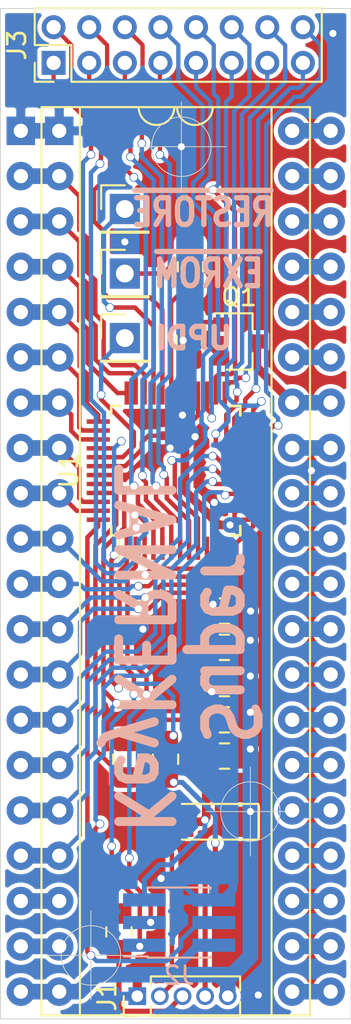
<source format=kicad_pcb>
(kicad_pcb (version 20171130) (host pcbnew "(5.1.9)-1")
  (layers (0 F.Cu signal) (31 B.Cu signal) (34 B.Paste user hide) (35 F.Paste user hide) (36 B.SilkS user) (37 F.SilkS user) (38 B.Mask user) (39 F.Mask user hide) (44 Edge.Cuts user))
  (net 0 "")
  (net 1 GND)
  (net 2 +5V)
  (net 3 /ICSP-MISO)
  (net 4 /ICSP-SCK)
  (net 5 /ICSP-MOSI)
  (net 6 /ICSP-~RESET)
  (net 7 /SER-RXD)
  (net 8 /SER-TXD)
  (net 9 /~RESTORE)
  (net 10 "Net-(Q1-Pad1)")
  (net 11 /U~RESET)
  (net 12 /URESET)
  (net 13 /ROW3)
  (net 14 /COL1)
  (net 15 /COL2)
  (net 16 /COL3)
  (net 17 /COL4)
  (net 18 /COL7)
  (net 19 /ROW0)
  (net 20 /UCNT)
  (net 21 /USIO)
  (net 22 /UTOD)
  (net 23 /UA0)
  (net 24 /U~PC)
  (net 25 /UA1)
  (net 26 /ROW7)
  (net 27 /UA2)
  (net 28 /ROW6)
  (net 29 /UA3)
  (net 30 /ROW5)
  (net 31 /ROW4)
  (net 32 /D0)
  (net 33 /D1)
  (net 34 /ROW2)
  (net 35 /D2)
  (net 36 /ROW1)
  (net 37 /D3)
  (net 38 /D4)
  (net 39 /D5)
  (net 40 /COL6)
  (net 41 /D6)
  (net 42 /COL5)
  (net 43 /D7)
  (net 44 /UCLK)
  (net 45 /U~FLAG)
  (net 46 /U~CE)
  (net 47 /UR~W)
  (net 48 /COL0)
  (net 49 /U~IRQ)
  (net 50 "Net-(C5-Pad2)")
  (net 51 "Net-(J1-Pad2)")
  (net 52 "Net-(J1-Pad3)")
  (net 53 "Net-(J4-Pad1)")
  (net 54 /R-~EXROM)
  (net 55 /UPDI)
  (net 56 /KSW-01)
  (net 57 /KSW-02)
  (net 58 /KSW-03)
  (net 59 /KSW-04)
  (net 60 /KSW-05)
  (net 61 /KSW-06)
  (net 62 /KSW-07)
  (net 63 /KSW-08)
  (net 64 /KSW-09)
  (net 65 /KSW-10)
  (net 66 /KSW-11)
  (net 67 /KSW-12)
  (net 68 /KSW-13)
  (net 69 /KSW-14)
  (net 70 /KSW-15)
  (net 71 /KSW-16)
  (module Package_DIP:DIP-40_W15.24mm (layer F.Cu) (at 99.06 50.8)
    (fp_text reference USOCKET1 hide)
    (fp_text value MOS6526)
    (pad 40 thru_hole oval (at 15.24 0) (size 1.6 1.6) (drill 0.8) (layers *.Cu *.Mask) (net 20 /UCNT))
    (pad 20 thru_hole oval (at 0 48.26) (size 1.6 1.6) (drill 0.8) (layers *.Cu *.Mask) (net 2 +5V))
    (pad 39 thru_hole oval (at 15.24 2.54) (size 1.6 1.6) (drill 0.8) (layers *.Cu *.Mask) (net 21 /USIO))
    (pad 19 thru_hole oval (at 0 45.72) (size 1.6 1.6) (drill 0.8) (layers *.Cu *.Mask) (net 22 /UTOD))
    (pad 38 thru_hole oval (at 15.24 5.08) (size 1.6 1.6) (drill 0.8) (layers *.Cu *.Mask) (net 23 /UA0))
    (pad 18 thru_hole oval (at 0 43.18) (size 1.6 1.6) (drill 0.8) (layers *.Cu *.Mask) (net 24 /U~PC))
    (pad 37 thru_hole oval (at 15.24 7.62) (size 1.6 1.6) (drill 0.8) (layers *.Cu *.Mask) (net 25 /UA1))
    (pad 17 thru_hole oval (at 0 40.64) (size 1.6 1.6) (drill 0.8) (layers *.Cu *.Mask) (net 26 /ROW7))
    (pad 36 thru_hole oval (at 15.24 10.16) (size 1.6 1.6) (drill 0.8) (layers *.Cu *.Mask) (net 27 /UA2))
    (pad 16 thru_hole oval (at 0 38.1) (size 1.6 1.6) (drill 0.8) (layers *.Cu *.Mask) (net 28 /ROW6))
    (pad 35 thru_hole oval (at 15.24 12.7) (size 1.6 1.6) (drill 0.8) (layers *.Cu *.Mask) (net 29 /UA3))
    (pad 15 thru_hole oval (at 0 35.56) (size 1.6 1.6) (drill 0.8) (layers *.Cu *.Mask) (net 30 /ROW5))
    (pad 34 thru_hole oval (at 15.24 15.24) (size 1.6 1.6) (drill 0.8) (layers *.Cu *.Mask) (net 11 /U~RESET))
    (pad 14 thru_hole oval (at 0 33.02) (size 1.6 1.6) (drill 0.8) (layers *.Cu *.Mask) (net 31 /ROW4))
    (pad 33 thru_hole oval (at 15.24 17.78) (size 1.6 1.6) (drill 0.8) (layers *.Cu *.Mask) (net 32 /D0))
    (pad 13 thru_hole oval (at 0 30.48) (size 1.6 1.6) (drill 0.8) (layers *.Cu *.Mask) (net 13 /ROW3))
    (pad 32 thru_hole oval (at 15.24 20.32) (size 1.6 1.6) (drill 0.8) (layers *.Cu *.Mask) (net 33 /D1))
    (pad 12 thru_hole oval (at 0 27.94) (size 1.6 1.6) (drill 0.8) (layers *.Cu *.Mask) (net 34 /ROW2))
    (pad 31 thru_hole oval (at 15.24 22.86) (size 1.6 1.6) (drill 0.8) (layers *.Cu *.Mask) (net 35 /D2))
    (pad 11 thru_hole oval (at 0 25.4) (size 1.6 1.6) (drill 0.8) (layers *.Cu *.Mask) (net 36 /ROW1))
    (pad 30 thru_hole oval (at 15.24 25.4) (size 1.6 1.6) (drill 0.8) (layers *.Cu *.Mask) (net 37 /D3))
    (pad 10 thru_hole oval (at 0 22.86) (size 1.6 1.6) (drill 0.8) (layers *.Cu *.Mask) (net 19 /ROW0))
    (pad 29 thru_hole oval (at 15.24 27.94) (size 1.6 1.6) (drill 0.8) (layers *.Cu *.Mask) (net 38 /D4))
    (pad 9 thru_hole oval (at 0 20.32) (size 1.6 1.6) (drill 0.8) (layers *.Cu *.Mask) (net 18 /COL7))
    (pad 28 thru_hole oval (at 15.24 30.48) (size 1.6 1.6) (drill 0.8) (layers *.Cu *.Mask) (net 39 /D5))
    (pad 8 thru_hole oval (at 0 17.78) (size 1.6 1.6) (drill 0.8) (layers *.Cu *.Mask) (net 40 /COL6))
    (pad 27 thru_hole oval (at 15.24 33.02) (size 1.6 1.6) (drill 0.8) (layers *.Cu *.Mask) (net 41 /D6))
    (pad 7 thru_hole oval (at 0 15.24) (size 1.6 1.6) (drill 0.8) (layers *.Cu *.Mask) (net 42 /COL5))
    (pad 26 thru_hole oval (at 15.24 35.56) (size 1.6 1.6) (drill 0.8) (layers *.Cu *.Mask) (net 43 /D7))
    (pad 6 thru_hole oval (at 0 12.7) (size 1.6 1.6) (drill 0.8) (layers *.Cu *.Mask) (net 17 /COL4))
    (pad 25 thru_hole oval (at 15.24 38.1) (size 1.6 1.6) (drill 0.8) (layers *.Cu *.Mask) (net 44 /UCLK))
    (pad 5 thru_hole oval (at 0 10.16) (size 1.6 1.6) (drill 0.8) (layers *.Cu *.Mask) (net 16 /COL3))
    (pad 24 thru_hole oval (at 15.24 40.64) (size 1.6 1.6) (drill 0.8) (layers *.Cu *.Mask) (net 45 /U~FLAG))
    (pad 4 thru_hole oval (at 0 7.62) (size 1.6 1.6) (drill 0.8) (layers *.Cu *.Mask) (net 15 /COL2))
    (pad 23 thru_hole oval (at 15.24 43.18) (size 1.6 1.6) (drill 0.8) (layers *.Cu *.Mask) (net 46 /U~CE))
    (pad 3 thru_hole oval (at 0 5.08) (size 1.6 1.6) (drill 0.8) (layers *.Cu *.Mask) (net 14 /COL1))
    (pad 22 thru_hole oval (at 15.24 45.72) (size 1.6 1.6) (drill 0.8) (layers *.Cu *.Mask) (net 47 /UR~W))
    (pad 2 thru_hole oval (at 0 2.54) (size 1.6 1.6) (drill 0.8) (layers *.Cu *.Mask) (net 48 /COL0))
    (pad 21 thru_hole oval (at 15.24 48.26) (size 1.6 1.6) (drill 0.8) (layers *.Cu *.Mask) (net 49 /U~IRQ))
    (pad 1 thru_hole rect (at 0 0) (size 1.6 1.6) (drill 0.8) (layers *.Cu *.Mask) (net 1 GND))
  )
  (module Capacitor_SMD:C_0805_2012Metric_Pad1.15x1.40mm_HandSolder (layer F.Cu) (at 110.49 81.788 180)
    (fp_text reference C1)
    (fp_text value 220nF)
    (pad 1 smd roundrect (at -1.025 0 180) (size 1.15 1.4) (layers F.Cu F.Paste F.Mask) (roundrect_rratio 0.217391) (net 2 +5V))
    (pad 2 smd roundrect (at 1.025 0 180) (size 1.15 1.4) (layers F.Cu F.Paste F.Mask) (roundrect_rratio 0.217391) (net 1 GND))
  )
  (module Capacitor_SMD:C_0805_2012Metric_Pad1.15x1.40mm_HandSolder (layer F.Cu) (at 110.49 79.756 180)
    (fp_text reference C2)
    (fp_text value 100n)
    (pad 2 smd roundrect (at 1.025 0 180) (size 1.15 1.4) (layers F.Cu F.Paste F.Mask) (roundrect_rratio 0.217391) (net 1 GND))
    (pad 1 smd roundrect (at -1.025 0 180) (size 1.15 1.4) (layers F.Cu F.Paste F.Mask) (roundrect_rratio 0.217391) (net 2 +5V))
  )
  (module Capacitor_SMD:C_0805_2012Metric_Pad1.15x1.40mm_HandSolder (layer F.Cu) (at 110.49 77.724 180)
    (fp_text reference C4)
    (fp_text value 47nF)
    (pad 1 smd roundrect (at -1.025 0 180) (size 1.15 1.4) (layers F.Cu F.Paste F.Mask) (roundrect_rratio 0.217391) (net 2 +5V))
    (pad 2 smd roundrect (at 1.025 0 180) (size 1.15 1.4) (layers F.Cu F.Paste F.Mask) (roundrect_rratio 0.217391) (net 1 GND))
  )
  (module Capacitor_SMD:C_0805_2012Metric_Pad1.15x1.40mm_HandSolder (layer F.Cu) (at 107.188 86.0298 270)
    (fp_text reference C5)
    (fp_text value 0.1uF)
    (pad 2 smd roundrect (at 1.025 0 270) (size 1.15 1.4) (layers F.Cu F.Paste F.Mask) (roundrect_rratio 0.217391) (net 50 "Net-(C5-Pad2)"))
    (pad 1 smd roundrect (at -1.025 0 270) (size 1.15 1.4) (layers F.Cu F.Paste F.Mask) (roundrect_rratio 0.217391) (net 6 /ICSP-~RESET))
  )
  (module Diode_SMD:D_MiniMELF (layer F.Cu) (at 109.855 89.535 180)
    (fp_text reference D1)
    (fp_text value 1N4148)
    (pad 1 smd rect (at -1.75 0 180) (size 1.3 1.7) (layers F.Cu F.Paste F.Mask) (net 2 +5V))
    (pad 2 smd rect (at 1.75 0 180) (size 1.3 1.7) (layers F.Cu F.Paste F.Mask) (net 6 /ICSP-~RESET))
  )
  (module Connector_PinHeader_1.27mm:PinHeader_1x05_P1.27mm_Vertical (layer F.Cu) (at 105.6005 99.314 90)
    (fp_text reference J1 (at 0 -1.695 90) (layer F.SilkS))
    (fp_text value Serial)
    (pad 1 thru_hole rect (at 0 0 90) (size 1 1) (drill 0.65) (layers *.Cu *.Mask) (net 1 GND))
    (pad 2 thru_hole oval (at 0 1.27 90) (size 1 1) (drill 0.65) (layers *.Cu *.Mask) (net 51 "Net-(J1-Pad2)"))
    (pad 3 thru_hole oval (at 0 2.54 90) (size 1 1) (drill 0.65) (layers *.Cu *.Mask) (net 52 "Net-(J1-Pad3)"))
    (pad 4 thru_hole oval (at 0 3.81 90) (size 1 1) (drill 0.65) (layers *.Cu *.Mask) (net 50 "Net-(C5-Pad2)"))
    (pad 5 thru_hole oval (at 0 5.08 90) (size 1 1) (drill 0.65) (layers *.Cu *.Mask) (net 2 +5V))
  )
  (module Connector_PinHeader_1.27mm:PinHeader_2x03_P1.27mm_Vertical_SMD (layer B.Cu) (at 107.95 95.1865)
    (fp_text reference J2 (at 0 2.965) (layer B.SilkS) (effects (justify mirror)))
    (fp_text value ICSP)
    (pad 1 smd rect (at -1.95 1.27) (size 2.4 0.74) (layers B.Cu B.Paste B.Mask) (net 3 /ICSP-MISO))
    (pad 2 smd rect (at 1.95 1.27) (size 2.4 0.74) (layers B.Cu B.Paste B.Mask) (net 2 +5V))
    (pad 3 smd rect (at -1.95 0) (size 2.4 0.74) (layers B.Cu B.Paste B.Mask) (net 4 /ICSP-SCK))
    (pad 4 smd rect (at 1.95 0) (size 2.4 0.74) (layers B.Cu B.Paste B.Mask) (net 5 /ICSP-MOSI))
    (pad 5 smd rect (at -1.95 -1.27) (size 2.4 0.74) (layers B.Cu B.Paste B.Mask) (net 6 /ICSP-~RESET))
    (pad 6 smd rect (at 1.95 -1.27) (size 2.4 0.74) (layers B.Cu B.Paste B.Mask) (net 1 GND))
  )
  (module Connector_PinHeader_2.54mm:PinHeader_1x01_P2.54mm_Vertical (layer F.Cu) (at 104.902 58.801)
    (fp_text reference J4)
    (fp_text value ~EXROM)
    (pad 1 thru_hole rect (at 0 0) (size 1.7 1.7) (drill 1) (layers *.Cu *.Mask) (net 53 "Net-(J4-Pad1)"))
  )
  (module Connector_PinHeader_2.54mm:PinHeader_1x01_P2.54mm_Vertical (layer F.Cu) (at 104.902 55.1815)
    (fp_text reference J5)
    (fp_text value ~RESTORE)
    (pad 1 thru_hole rect (at 0 0) (size 1.7 1.7) (drill 1) (layers *.Cu *.Mask) (net 9 /~RESTORE))
  )
  (module Connector_PinHeader_2.54mm:PinHeader_1x01_P2.54mm_Vertical (layer F.Cu) (at 104.902 62.4205)
    (fp_text reference J6)
    (fp_text value UPDI)
    (pad 1 thru_hole rect (at 0 0) (size 1.7 1.7) (drill 1) (layers *.Cu *.Mask) (net 55 /UPDI))
  )
  (module Package_TO_SOT_SMD:SOT-23 (layer F.Cu) (at 111.3155 62.611)
    (fp_text reference Q1 (at 0 -2.5) (layer F.SilkS))
    (fp_text value BC846)
    (pad 1 smd rect (at -1 -0.95) (size 0.9 0.8) (layers F.Cu F.Paste F.Mask) (net 10 "Net-(Q1-Pad1)"))
    (pad 2 smd rect (at -1 0.95) (size 0.9 0.8) (layers F.Cu F.Paste F.Mask) (net 1 GND))
    (pad 3 smd rect (at 1 0) (size 0.9 0.8) (layers F.Cu F.Paste F.Mask) (net 11 /U~RESET))
  )
  (module Resistor_SMD:R_0805_2012Metric_Pad1.15x1.40mm_HandSolder (layer F.Cu) (at 110.49 83.82 180)
    (fp_text reference R1)
    (fp_text value 10K)
    (pad 2 smd roundrect (at 1.025 0 180) (size 1.15 1.4) (layers F.Cu F.Paste F.Mask) (roundrect_rratio 0.217391) (net 51 "Net-(J1-Pad2)"))
    (pad 1 smd roundrect (at -1.025 0 180) (size 1.15 1.4) (layers F.Cu F.Paste F.Mask) (roundrect_rratio 0.217391) (net 2 +5V))
  )
  (module Resistor_SMD:R_0805_2012Metric_Pad1.15x1.40mm_HandSolder (layer F.Cu) (at 104.5718 95.7072 270)
    (fp_text reference R3)
    (fp_text value 1K)
    (pad 1 smd roundrect (at -1.025 0 270) (size 1.15 1.4) (layers F.Cu F.Paste F.Mask) (roundrect_rratio 0.217391) (net 8 /SER-TXD))
    (pad 2 smd roundrect (at 1.025 0 270) (size 1.15 1.4) (layers F.Cu F.Paste F.Mask) (roundrect_rratio 0.217391) (net 52 "Net-(J1-Pad3)"))
  )
  (module Resistor_SMD:R_0805_2012Metric_Pad1.15x1.40mm_HandSolder (layer F.Cu) (at 104.9528 86.0298 90)
    (fp_text reference R4)
    (fp_text value 1K)
    (pad 2 smd roundrect (at 1.025 0 90) (size 1.15 1.4) (layers F.Cu F.Paste F.Mask) (roundrect_rratio 0.217391) (net 51 "Net-(J1-Pad2)"))
    (pad 1 smd roundrect (at -1.025 0 90) (size 1.15 1.4) (layers F.Cu F.Paste F.Mask) (roundrect_rratio 0.217391) (net 7 /SER-RXD))
  )
  (module Resistor_SMD:R_0805_2012Metric_Pad1.15x1.40mm_HandSolder (layer F.Cu) (at 110.499 85.852 180)
    (fp_text reference R5)
    (fp_text value 10K)
    (pad 1 smd roundrect (at -1.025 0 180) (size 1.15 1.4) (layers F.Cu F.Paste F.Mask) (roundrect_rratio 0.217391) (net 2 +5V))
    (pad 2 smd roundrect (at 1.025 0 180) (size 1.15 1.4) (layers F.Cu F.Paste F.Mask) (roundrect_rratio 0.217391) (net 6 /ICSP-~RESET))
  )
  (module Resistor_SMD:R_0805_2012Metric_Pad1.15x1.40mm_HandSolder (layer F.Cu) (at 108.585 58.42 270)
    (fp_text reference R6)
    (fp_text value 220R)
    (pad 1 smd roundrect (at -1.025 0 270) (size 1.15 1.4) (layers F.Cu F.Paste F.Mask) (roundrect_rratio 0.217391) (net 53 "Net-(J4-Pad1)"))
    (pad 2 smd roundrect (at 1.025 0 270) (size 1.15 1.4) (layers F.Cu F.Paste F.Mask) (roundrect_rratio 0.217391) (net 54 /R-~EXROM))
  )
  (module Resistor_SMD:R_0805_2012Metric_Pad1.15x1.40mm_HandSolder (layer F.Cu) (at 108.5215 62.5475 270)
    (fp_text reference R7)
    (fp_text value 10K)
    (pad 2 smd roundrect (at 1.025 0 270) (size 1.15 1.4) (layers F.Cu F.Paste F.Mask) (roundrect_rratio 0.217391) (net 12 /URESET))
    (pad 1 smd roundrect (at -1.025 0 270) (size 1.15 1.4) (layers F.Cu F.Paste F.Mask) (roundrect_rratio 0.217391) (net 10 "Net-(Q1-Pad1)"))
  )
  (module Package_QFP:TQFP-48_7x7mm_P0.5mm (layer F.Cu) (at 107.7595 69.85 90)
    (fp_text reference U1 (at 0 -6 90) (layer F.SilkS))
    (fp_text value ATmega4809-A)
    (pad 1 smd rect (at -4.35 -2.75 90) (size 1.3 0.25) (layers F.Cu F.Paste F.Mask) (net 3 /ICSP-MISO))
    (pad 2 smd rect (at -4.35 -2.25 90) (size 1.3 0.25) (layers F.Cu F.Paste F.Mask) (net 4 /ICSP-SCK))
    (pad 3 smd rect (at -4.35 -1.75 90) (size 1.3 0.25) (layers F.Cu F.Paste F.Mask) (net 70 /KSW-15))
    (pad 4 smd rect (at -4.35 -1.25 90) (size 1.3 0.25) (layers F.Cu F.Paste F.Mask) (net 64 /KSW-09))
    (pad 5 smd rect (at -4.35 -0.75 90) (size 1.3 0.25) (layers F.Cu F.Paste F.Mask) (net 65 /KSW-10))
    (pad 6 smd rect (at -4.35 -0.25 90) (size 1.3 0.25) (layers F.Cu F.Paste F.Mask) (net 66 /KSW-11))
    (pad 7 smd rect (at -4.35 0.25 90) (size 1.3 0.25) (layers F.Cu F.Paste F.Mask) (net 67 /KSW-12))
    (pad 8 smd rect (at -4.35 0.75 90) (size 1.3 0.25) (layers F.Cu F.Paste F.Mask) (net 68 /KSW-13))
    (pad 9 smd rect (at -4.35 1.25 90) (size 1.3 0.25) (layers F.Cu F.Paste F.Mask) (net 69 /KSW-14))
    (pad 10 smd rect (at -4.35 1.75 90) (size 1.3 0.25) (layers F.Cu F.Paste F.Mask) (net 19 /ROW0))
    (pad 11 smd rect (at -4.35 2.25 90) (size 1.3 0.25) (layers F.Cu F.Paste F.Mask) (net 36 /ROW1))
    (pad 12 smd rect (at -4.35 2.75 90) (size 1.3 0.25) (layers F.Cu F.Paste F.Mask) (net 34 /ROW2))
    (pad 13 smd rect (at -2.75 4.35 180) (size 1.3 0.25) (layers F.Cu F.Paste F.Mask) (net 13 /ROW3))
    (pad 14 smd rect (at -2.25 4.35 180) (size 1.3 0.25) (layers F.Cu F.Paste F.Mask) (net 2 +5V))
    (pad 15 smd rect (at -1.75 4.35 180) (size 1.3 0.25) (layers F.Cu F.Paste F.Mask) (net 1 GND))
    (pad 16 smd rect (at -1.25 4.35 180) (size 1.3 0.25) (layers F.Cu F.Paste F.Mask) (net 26 /ROW7))
    (pad 17 smd rect (at -0.75 4.35 180) (size 1.3 0.25) (layers F.Cu F.Paste F.Mask) (net 28 /ROW6))
    (pad 18 smd rect (at -0.25 4.35 180) (size 1.3 0.25) (layers F.Cu F.Paste F.Mask) (net 30 /ROW5))
    (pad 19 smd rect (at 0.25 4.35 180) (size 1.3 0.25) (layers F.Cu F.Paste F.Mask) (net 31 /ROW4))
    (pad 20 smd rect (at 0.75 4.35 180) (size 1.3 0.25) (layers F.Cu F.Paste F.Mask) (net 56 /KSW-01))
    (pad 21 smd rect (at 1.25 4.35 180) (size 1.3 0.25) (layers F.Cu F.Paste F.Mask) (net 57 /KSW-02))
    (pad 22 smd rect (at 1.75 4.35 180) (size 1.3 0.25) (layers F.Cu F.Paste F.Mask) (net 58 /KSW-03))
    (pad 23 smd rect (at 2.25 4.35 180) (size 1.3 0.25) (layers F.Cu F.Paste F.Mask) (net 59 /KSW-04))
    (pad 24 smd rect (at 2.75 4.35 180) (size 1.3 0.25) (layers F.Cu F.Paste F.Mask) (net 60 /KSW-05))
    (pad 25 smd rect (at 4.35 2.75 90) (size 1.3 0.25) (layers F.Cu F.Paste F.Mask) (net 61 /KSW-06))
    (pad 26 smd rect (at 4.35 2.25 90) (size 1.3 0.25) (layers F.Cu F.Paste F.Mask) (net 62 /KSW-07))
    (pad 27 smd rect (at 4.35 1.75 90) (size 1.3 0.25) (layers F.Cu F.Paste F.Mask) (net 63 /KSW-08))
    (pad 28 smd rect (at 4.35 1.25 90) (size 1.3 0.25) (layers F.Cu F.Paste F.Mask) (net 2 +5V))
    (pad 29 smd rect (at 4.35 0.75 90) (size 1.3 0.25) (layers F.Cu F.Paste F.Mask) (net 1 GND))
    (pad 30 smd rect (at 4.35 0.25 90) (size 1.3 0.25) (layers F.Cu F.Paste F.Mask) (net 12 /URESET))
    (pad 31 smd rect (at 4.35 -0.25 90) (size 1.3 0.25) (layers F.Cu F.Paste F.Mask) (net 54 /R-~EXROM))
    (pad 32 smd rect (at 4.35 -0.75 90) (size 1.3 0.25) (layers F.Cu F.Paste F.Mask) (net 71 /KSW-16))
    (pad 33 smd rect (at 4.35 -1.25 90) (size 1.3 0.25) (layers F.Cu F.Paste F.Mask) (net 9 /~RESTORE))
    (pad 34 smd rect (at 4.35 -1.75 90) (size 1.3 0.25) (layers F.Cu F.Paste F.Mask) (net 48 /COL0))
    (pad 35 smd rect (at 4.35 -2.25 90) (size 1.3 0.25) (layers F.Cu F.Paste F.Mask) (net 14 /COL1))
    (pad 36 smd rect (at 4.35 -2.75 90) (size 1.3 0.25) (layers F.Cu F.Paste F.Mask) (net 15 /COL2))
    (pad 37 smd rect (at 2.75 -4.35 180) (size 1.3 0.25) (layers F.Cu F.Paste F.Mask) (net 16 /COL3))
    (pad 38 smd rect (at 2.25 -4.35 180) (size 1.3 0.25) (layers F.Cu F.Paste F.Mask) (net 17 /COL4))
    (pad 39 smd rect (at 1.75 -4.35 180) (size 1.3 0.25) (layers F.Cu F.Paste F.Mask) (net 42 /COL5))
    (pad 40 smd rect (at 1.25 -4.35 180) (size 1.3 0.25) (layers F.Cu F.Paste F.Mask) (net 6 /ICSP-~RESET))
    (pad 41 smd rect (at 0.75 -4.35 180) (size 1.3 0.25) (layers F.Cu F.Paste F.Mask) (net 55 /UPDI))
    (pad 42 smd rect (at 0.25 -4.35 180) (size 1.3 0.25) (layers F.Cu F.Paste F.Mask) (net 2 +5V))
    (pad 43 smd rect (at -0.25 -4.35 180) (size 1.3 0.25) (layers F.Cu F.Paste F.Mask) (net 1 GND))
    (pad 44 smd rect (at -0.75 -4.35 180) (size 1.3 0.25) (layers F.Cu F.Paste F.Mask) (net 8 /SER-TXD))
    (pad 45 smd rect (at -1.25 -4.35 180) (size 1.3 0.25) (layers F.Cu F.Paste F.Mask) (net 7 /SER-RXD))
    (pad 46 smd rect (at -1.75 -4.35 180) (size 1.3 0.25) (layers F.Cu F.Paste F.Mask) (net 40 /COL6))
    (pad 47 smd rect (at -2.25 -4.35 180) (size 1.3 0.25) (layers F.Cu F.Paste F.Mask) (net 18 /COL7))
    (pad 48 smd rect (at -2.75 -4.35 180) (size 1.3 0.25) (layers F.Cu F.Paste F.Mask) (net 5 /ICSP-MOSI))
  )
  (module Package_DIP:DIP-40_W15.24mm (layer F.Cu) (at 101.219 50.8)
    (fp_text reference UCHIP1 hide)
    (fp_text value MOS6526)
    (pad 1 thru_hole rect (at 0 0) (size 1.6 1.6) (drill 0.8) (layers *.Cu *.Mask) (net 1 GND))
    (pad 21 thru_hole oval (at 15.24 48.26) (size 1.6 1.6) (drill 0.8) (layers *.Cu *.Mask) (net 49 /U~IRQ))
    (pad 2 thru_hole oval (at 0 2.54) (size 1.6 1.6) (drill 0.8) (layers *.Cu *.Mask) (net 48 /COL0))
    (pad 22 thru_hole oval (at 15.24 45.72) (size 1.6 1.6) (drill 0.8) (layers *.Cu *.Mask) (net 47 /UR~W))
    (pad 3 thru_hole oval (at 0 5.08) (size 1.6 1.6) (drill 0.8) (layers *.Cu *.Mask) (net 14 /COL1))
    (pad 23 thru_hole oval (at 15.24 43.18) (size 1.6 1.6) (drill 0.8) (layers *.Cu *.Mask) (net 46 /U~CE))
    (pad 4 thru_hole oval (at 0 7.62) (size 1.6 1.6) (drill 0.8) (layers *.Cu *.Mask) (net 15 /COL2))
    (pad 24 thru_hole oval (at 15.24 40.64) (size 1.6 1.6) (drill 0.8) (layers *.Cu *.Mask) (net 45 /U~FLAG))
    (pad 5 thru_hole oval (at 0 10.16) (size 1.6 1.6) (drill 0.8) (layers *.Cu *.Mask) (net 16 /COL3))
    (pad 25 thru_hole oval (at 15.24 38.1) (size 1.6 1.6) (drill 0.8) (layers *.Cu *.Mask) (net 44 /UCLK))
    (pad 6 thru_hole oval (at 0 12.7) (size 1.6 1.6) (drill 0.8) (layers *.Cu *.Mask) (net 17 /COL4))
    (pad 26 thru_hole oval (at 15.24 35.56) (size 1.6 1.6) (drill 0.8) (layers *.Cu *.Mask) (net 43 /D7))
    (pad 7 thru_hole oval (at 0 15.24) (size 1.6 1.6) (drill 0.8) (layers *.Cu *.Mask) (net 42 /COL5))
    (pad 27 thru_hole oval (at 15.24 33.02) (size 1.6 1.6) (drill 0.8) (layers *.Cu *.Mask) (net 41 /D6))
    (pad 8 thru_hole oval (at 0 17.78) (size 1.6 1.6) (drill 0.8) (layers *.Cu *.Mask) (net 40 /COL6))
    (pad 28 thru_hole oval (at 15.24 30.48) (size 1.6 1.6) (drill 0.8) (layers *.Cu *.Mask) (net 39 /D5))
    (pad 9 thru_hole oval (at 0 20.32) (size 1.6 1.6) (drill 0.8) (layers *.Cu *.Mask) (net 18 /COL7))
    (pad 29 thru_hole oval (at 15.24 27.94) (size 1.6 1.6) (drill 0.8) (layers *.Cu *.Mask) (net 38 /D4))
    (pad 10 thru_hole oval (at 0 22.86) (size 1.6 1.6) (drill 0.8) (layers *.Cu *.Mask) (net 19 /ROW0))
    (pad 30 thru_hole oval (at 15.24 25.4) (size 1.6 1.6) (drill 0.8) (layers *.Cu *.Mask) (net 37 /D3))
    (pad 11 thru_hole oval (at 0 25.4) (size 1.6 1.6) (drill 0.8) (layers *.Cu *.Mask) (net 36 /ROW1))
    (pad 31 thru_hole oval (at 15.24 22.86) (size 1.6 1.6) (drill 0.8) (layers *.Cu *.Mask) (net 35 /D2))
    (pad 12 thru_hole oval (at 0 27.94) (size 1.6 1.6) (drill 0.8) (layers *.Cu *.Mask) (net 34 /ROW2))
    (pad 32 thru_hole oval (at 15.24 20.32) (size 1.6 1.6) (drill 0.8) (layers *.Cu *.Mask) (net 33 /D1))
    (pad 13 thru_hole oval (at 0 30.48) (size 1.6 1.6) (drill 0.8) (layers *.Cu *.Mask) (net 13 /ROW3))
    (pad 33 thru_hole oval (at 15.24 17.78) (size 1.6 1.6) (drill 0.8) (layers *.Cu *.Mask) (net 32 /D0))
    (pad 14 thru_hole oval (at 0 33.02) (size 1.6 1.6) (drill 0.8) (layers *.Cu *.Mask) (net 31 /ROW4))
    (pad 34 thru_hole oval (at 15.24 15.24) (size 1.6 1.6) (drill 0.8) (layers *.Cu *.Mask) (net 11 /U~RESET))
    (pad 15 thru_hole oval (at 0 35.56) (size 1.6 1.6) (drill 0.8) (layers *.Cu *.Mask) (net 30 /ROW5))
    (pad 35 thru_hole oval (at 15.24 12.7) (size 1.6 1.6) (drill 0.8) (layers *.Cu *.Mask) (net 29 /UA3))
    (pad 16 thru_hole oval (at 0 38.1) (size 1.6 1.6) (drill 0.8) (layers *.Cu *.Mask) (net 28 /ROW6))
    (pad 36 thru_hole oval (at 15.24 10.16) (size 1.6 1.6) (drill 0.8) (layers *.Cu *.Mask) (net 27 /UA2))
    (pad 17 thru_hole oval (at 0 40.64) (size 1.6 1.6) (drill 0.8) (layers *.Cu *.Mask) (net 26 /ROW7))
    (pad 37 thru_hole oval (at 15.24 7.62) (size 1.6 1.6) (drill 0.8) (layers *.Cu *.Mask) (net 25 /UA1))
    (pad 18 thru_hole oval (at 0 43.18) (size 1.6 1.6) (drill 0.8) (layers *.Cu *.Mask) (net 24 /U~PC))
    (pad 38 thru_hole oval (at 15.24 5.08) (size 1.6 1.6) (drill 0.8) (layers *.Cu *.Mask) (net 23 /UA0))
    (pad 19 thru_hole oval (at 0 45.72) (size 1.6 1.6) (drill 0.8) (layers *.Cu *.Mask) (net 22 /UTOD))
    (pad 39 thru_hole oval (at 15.24 2.54) (size 1.6 1.6) (drill 0.8) (layers *.Cu *.Mask) (net 21 /USIO))
    (pad 20 thru_hole oval (at 0 48.26) (size 1.6 1.6) (drill 0.8) (layers *.Cu *.Mask) (net 2 +5V))
    (pad 40 thru_hole oval (at 15.24 0) (size 1.6 1.6) (drill 0.8) (layers *.Cu *.Mask) (net 20 /UCNT))
  )
  (module Connector_PinHeader_2.00mm:PinHeader_2x08_P2.00mm_Vertical (layer F.Cu) (at 100.9015 46.99 90)
    (fp_text reference J3 (at 1 -2.06 90) (layer F.SilkS))
    (fp_text value Conn_02x08_Counter_Clockwise)
    (pad 1 thru_hole rect (at 0 0 90) (size 1.35 1.35) (drill 0.8) (layers *.Cu *.Mask) (net 64 /KSW-09))
    (pad 2 thru_hole oval (at 2 0 90) (size 1.35 1.35) (drill 0.8) (layers *.Cu *.Mask) (net 70 /KSW-15))
    (pad 3 thru_hole oval (at 0 2 90) (size 1.35 1.35) (drill 0.8) (layers *.Cu *.Mask) (net 71 /KSW-16))
    (pad 4 thru_hole oval (at 2 2 90) (size 1.35 1.35) (drill 0.8) (layers *.Cu *.Mask) (net 65 /KSW-10))
    (pad 5 thru_hole oval (at 0 4 90) (size 1.35 1.35) (drill 0.8) (layers *.Cu *.Mask) (net 66 /KSW-11))
    (pad 6 thru_hole oval (at 2 4 90) (size 1.35 1.35) (drill 0.8) (layers *.Cu *.Mask) (net 67 /KSW-12))
    (pad 7 thru_hole oval (at 0 6 90) (size 1.35 1.35) (drill 0.8) (layers *.Cu *.Mask) (net 68 /KSW-13))
    (pad 8 thru_hole oval (at 2 6 90) (size 1.35 1.35) (drill 0.8) (layers *.Cu *.Mask) (net 69 /KSW-14))
    (pad 9 thru_hole oval (at 0 8 90) (size 1.35 1.35) (drill 0.8) (layers *.Cu *.Mask) (net 63 /KSW-08))
    (pad 10 thru_hole oval (at 2 8 90) (size 1.35 1.35) (drill 0.8) (layers *.Cu *.Mask) (net 62 /KSW-07))
    (pad 11 thru_hole oval (at 0 10 90) (size 1.35 1.35) (drill 0.8) (layers *.Cu *.Mask) (net 56 /KSW-01))
    (pad 12 thru_hole oval (at 2 10 90) (size 1.35 1.35) (drill 0.8) (layers *.Cu *.Mask) (net 60 /KSW-05))
    (pad 13 thru_hole oval (at 0 12 90) (size 1.35 1.35) (drill 0.8) (layers *.Cu *.Mask) (net 57 /KSW-02))
    (pad 14 thru_hole oval (at 2 12 90) (size 1.35 1.35) (drill 0.8) (layers *.Cu *.Mask) (net 61 /KSW-06))
    (pad 15 thru_hole oval (at 0 14 90) (size 1.35 1.35) (drill 0.8) (layers *.Cu *.Mask) (net 58 /KSW-03))
    (pad 16 thru_hole oval (at 2 14 90) (size 1.35 1.35) (drill 0.8) (layers *.Cu *.Mask) (net 59 /KSW-04))
  )
  (gr_text "Super\nKeyKERNAL" (at 108.331 79.8195 -90) (layer B.SilkS) (effects (font (size 3 2.5) (thickness 0.5)) (justify mirror)))
  (target plus (at 111.9505 88.9635) (size 5) (width 0.05) (layer Edge.Cuts))
  (target plus (at 102.997 97.028) (size 5) (width 0.05) (layer Edge.Cuts))
  (target plus (at 108.077 51.689) (size 5) (width 0.05) (layer Edge.Cuts))
  (gr_text UPDI (at 108.7755 62.4205) (layer B.SilkS) (effects (font (size 1.2 1.2) (thickness 0.3)) (justify mirror)))
  (gr_text ~RESTORE (at 109.2835 55.372) (layer B.SilkS) (effects (font (size 1.5 1.2) (thickness 0.3)) (justify mirror)))
  (gr_text ~EXROM (at 109.601 58.801) (layer B.SilkS) (effects (font (size 1.5 1.2) (thickness 0.3)) (justify mirror)))
  (gr_line (start 97.917 43.942) (end 99.822 43.942) (layer Edge.Cuts) (width 0.05))
  (gr_line (start 97.917 100.584) (end 97.917 43.942) (layer Edge.Cuts) (width 0.05))
  (gr_line (start 117.602 43.942) (end 99.822 43.942) (layer Edge.Cuts) (width 0.05))
  (gr_line (start 117.602 100.584) (end 117.602 43.942) (layer Edge.Cuts) (width 0.05))
  (gr_line (start 117.602 100.584) (end 97.917 100.584) (layer Edge.Cuts) (width 0.05))
  (via (at 109.7788 82.2452) (size 0.4888) (drill 0.4) (layers F.Cu B.Cu) (net 1))
  (via (at 109.855 77.343) (size 0.4888) (drill 0.4) (layers F.Cu B.Cu) (net 1))
  (segment (start 99.06 50.8) (end 101.219 50.8) (width 0.88) (layer B.Cu) (net 1))
  (segment (start 108.5095 65.5) (end 108.5095 66.56) (width 0.25) (layer F.Cu) (net 1))
  (segment (start 108.5095 66.56) (end 108.331 66.7385) (width 0.25) (layer F.Cu) (net 1))
  (segment (start 108.331 66.7385) (end 108.1405 66.7385) (width 0.25) (layer F.Cu) (net 1))
  (segment (start 108.1405 66.7385) (end 108.1405 66.7385) (width 0.25) (layer F.Cu) (net 1))
  (via (at 108.1405 66.7385) (size 0.4888) (drill 0.4) (layers F.Cu B.Cu) (net 1))
  (via (at 107.442 68.58) (size 0.4888) (drill 0.4) (layers F.Cu B.Cu) (net 1))
  (segment (start 108.84451 67.945) (end 108.84451 67.945) (width 0.25) (layer F.Cu) (net 1))
  (via (at 108.84451 67.945) (size 0.4888) (drill 0.4) (layers F.Cu B.Cu) (net 1))
  (segment (start 107.696 68.58) (end 108.20951 68.58) (width 0.488) (layer B.Cu) (net 1))
  (segment (start 108.1405 68.1355) (end 107.696 68.58) (width 0.488) (layer B.Cu) (net 1))
  (segment (start 108.1405 66.7385) (end 108.1405 68.1355) (width 0.488) (layer B.Cu) (net 1))
  (segment (start 107.442 67.437) (end 108.1405 66.7385) (width 0.488) (layer B.Cu) (net 1))
  (segment (start 107.442 68.58) (end 107.442 67.437) (width 0.488) (layer B.Cu) (net 1))
  (segment (start 108.20951 68.58) (end 108.84451 67.945) (width 0.488) (layer B.Cu) (net 1))
  (segment (start 107.442 68.58) (end 108.20951 68.58) (width 0.488) (layer B.Cu) (net 1))
  (segment (start 109.465 77.724) (end 109.465 81.788) (width 0.488) (layer F.Cu) (net 1))
  (segment (start 109.855 77.343) (end 109.923492 77.274508) (width 0.488) (layer B.Cu) (net 1))
  (segment (start 108.84451 67.945) (end 108.84451 67.990683) (width 0.488) (layer F.Cu) (net 1))
  (segment (start 108.84451 67.990683) (end 108.96351 68.109683) (width 0.488) (layer F.Cu) (net 1))
  (segment (start 109.7788 82.2452) (end 111.00299 83.46939) (width 0.488) (layer B.Cu) (net 1))
  (segment (start 111.00299 92.51179) (end 110.9726 92.54218) (width 0.488) (layer B.Cu) (net 1))
  (segment (start 111.00299 83.46939) (end 111.00299 92.51179) (width 0.488) (layer B.Cu) (net 1))
  (segment (start 110.9726 92.54218) (end 110.9726 93.3196) (width 0.488) (layer B.Cu) (net 1))
  (segment (start 110.3757 93.9165) (end 109.9 93.9165) (width 0.488) (layer B.Cu) (net 1))
  (segment (start 110.9726 93.3196) (end 110.3757 93.9165) (width 0.488) (layer B.Cu) (net 1))
  (segment (start 105.6005 98.526) (end 106.882489 97.244011) (width 0.288) (layer F.Cu) (net 1))
  (segment (start 105.6005 99.314) (end 105.6005 98.526) (width 0.288) (layer F.Cu) (net 1))
  (segment (start 106.938201 97.188299) (end 106.938201 94.568401) (width 0.288) (layer F.Cu) (net 1))
  (segment (start 106.882489 97.244011) (end 106.938201 97.188299) (width 0.288) (layer F.Cu) (net 1))
  (segment (start 106.938201 94.568401) (end 106.938201 92.714201) (width 0.288) (layer F.Cu) (net 1))
  (segment (start 106.938201 92.714201) (end 106.938201 92.714201) (width 0.288) (layer F.Cu) (net 1))
  (via (at 106.938201 92.714201) (size 0.4888) (drill 0.4) (layers F.Cu B.Cu) (net 1))
  (segment (start 109.0295 93.9165) (end 109.9 93.9165) (width 0.288) (layer B.Cu) (net 1))
  (segment (start 106.938201 92.714201) (end 107.827201 92.714201) (width 0.288) (layer B.Cu) (net 1))
  (segment (start 107.827201 92.714201) (end 109.0295 93.9165) (width 0.288) (layer B.Cu) (net 1))
  (segment (start 103.4095 70.1) (end 105.053034 70.1) (width 0.25) (layer F.Cu) (net 1))
  (segment (start 106.573034 68.58) (end 107.442 68.58) (width 0.25) (layer F.Cu) (net 1))
  (segment (start 105.053034 70.1) (end 106.573034 68.58) (width 0.25) (layer F.Cu) (net 1))
  (segment (start 108.1405 66.392867) (end 108.1786 66.354767) (width 0.488) (layer B.Cu) (net 1))
  (segment (start 108.1405 66.7385) (end 108.1405 66.392867) (width 0.488) (layer B.Cu) (net 1))
  (segment (start 108.1786 66.354767) (end 108.1786 63.9826) (width 0.488) (layer B.Cu) (net 1))
  (via (at 108.1786 62.5475) (size 0.4888) (drill 0.4) (layers F.Cu B.Cu) (net 1))
  (via (at 109.923492 71.635708) (size 0.4888) (drill 0.4) (layers F.Cu B.Cu) (net 1))
  (segment (start 110.109 71.821216) (end 109.923492 71.635708) (width 0.25) (layer F.Cu) (net 1))
  (segment (start 110.109 71.8566) (end 110.109 71.821216) (width 0.25) (layer F.Cu) (net 1))
  (segment (start 112.1095 71.6) (end 111.07309 71.6) (width 0.25) (layer F.Cu) (net 1))
  (segment (start 110.81649 71.8566) (end 110.109 71.8566) (width 0.25) (layer F.Cu) (net 1))
  (segment (start 111.07309 71.6) (end 110.81649 71.8566) (width 0.25) (layer F.Cu) (net 1))
  (segment (start 109.088909 70.801125) (end 109.923492 71.635708) (width 0.488) (layer F.Cu) (net 1))
  (segment (start 108.84451 67.945) (end 109.088909 68.189399) (width 0.488) (layer F.Cu) (net 1))
  (segment (start 109.088909 68.189399) (end 109.088909 70.801125) (width 0.488) (layer F.Cu) (net 1))
  (segment (start 108.1786 63.9826) (end 108.1786 62.5475) (width 0.488) (layer B.Cu) (net 1))
  (segment (start 109.302 62.5475) (end 108.1786 62.5475) (width 0.25) (layer F.Cu) (net 1))
  (segment (start 110.3155 63.561) (end 109.302 62.5475) (width 0.25) (layer F.Cu) (net 1))
  (segment (start 101.219 50.8) (end 107.188 50.8) (width 0.488) (layer B.Cu) (net 1))
  (segment (start 108.1786 51.7906) (end 108.1786 62.5475) (width 0.488) (layer B.Cu) (net 1))
  (segment (start 107.188 50.8) (end 108.077 51.689) (width 0.488) (layer B.Cu) (net 1))
  (segment (start 108.1405 67.24099) (end 108.84451 67.945) (width 0.488) (layer B.Cu) (net 1))
  (segment (start 108.1405 66.7385) (end 108.1405 67.24099) (width 0.488) (layer B.Cu) (net 1))
  (segment (start 106.938201 92.714201) (end 106.172 91.948) (width 0.488) (layer F.Cu) (net 1))
  (segment (start 106.172 91.948) (end 106.172 90.805) (width 0.488) (layer F.Cu) (net 1))
  (segment (start 106.172 90.805) (end 103.632 88.265) (width 0.488) (layer F.Cu) (net 1))
  (segment (start 108.077 51.689) (end 108.1786 51.7906) (width 0.488) (layer B.Cu) (net 1))
  (via (at 108.077 51.689) (size 0.4888) (drill 0.4) (layers F.Cu B.Cu) (net 1))
  (via (at 116.586 45.339) (size 0.4888) (drill 0.4) (layers F.Cu B.Cu) (net 1))
  (segment (start 112.83451 73.230332) (end 112.83451 98.81099) (width 0.488) (layer B.Cu) (net 1))
  (segment (start 111.514179 71.910001) (end 112.83451 73.230332) (width 0.488) (layer B.Cu) (net 1))
  (segment (start 109.923492 71.635708) (end 110.197785 71.910001) (width 0.488) (layer B.Cu) (net 1))
  (segment (start 110.197785 71.910001) (end 111.514179 71.910001) (width 0.488) (layer B.Cu) (net 1))
  (segment (start 112.83451 98.81099) (end 112.395 99.2505) (width 0.488) (layer B.Cu) (net 1))
  (segment (start 112.395 99.2505) (end 112.395 99.2505) (width 0.488) (layer B.Cu) (net 1))
  (via (at 112.395 99.2505) (size 0.4888) (drill 0.4) (layers F.Cu B.Cu) (net 1))
  (segment (start 109.923492 72.184294) (end 110.197785 71.910001) (width 0.488) (layer B.Cu) (net 1))
  (segment (start 109.923492 72.766008) (end 109.923492 72.184294) (width 0.488) (layer B.Cu) (net 1))
  (segment (start 109.923492 72.766008) (end 109.923492 71.635708) (width 0.488) (layer B.Cu) (net 1))
  (segment (start 109.923492 77.274508) (end 109.923492 72.766008) (width 0.488) (layer B.Cu) (net 1))
  (via (at 105.918 78.74) (size 0.4888) (drill 0.4) (layers F.Cu B.Cu) (net 1))
  (via (at 115.3795 69.85) (size 0.4888) (drill 0.4) (layers F.Cu B.Cu) (net 1))
  (via (at 104.902 57.023) (size 0.4888) (drill 0.4) (layers F.Cu B.Cu) (net 1))
  (segment (start 99.06 99.06) (end 101.219 99.06) (width 0.88) (layer B.Cu) (net 2))
  (segment (start 102.35037 99.06) (end 103.30287 98.1075) (width 0.88) (layer B.Cu) (net 2))
  (segment (start 101.219 99.06) (end 102.35037 99.06) (width 0.88) (layer B.Cu) (net 2))
  (segment (start 110.181106 98.1075) (end 110.6805 98.606894) (width 0.88) (layer B.Cu) (net 2))
  (segment (start 110.6805 98.606894) (end 110.6805 99.314) (width 0.88) (layer B.Cu) (net 2))
  (segment (start 110.6805 99.314) (end 110.6805 98.3615) (width 0.88) (layer B.Cu) (net 2))
  (segment (start 110.6805 98.3615) (end 111.9505 97.0915) (width 0.88) (layer B.Cu) (net 2))
  (segment (start 110.9345 98.1075) (end 111.9505 97.0915) (width 0.88) (layer B.Cu) (net 2))
  (segment (start 109.474 98.1075) (end 110.9345 98.1075) (width 0.88) (layer B.Cu) (net 2))
  (segment (start 109.474 98.1075) (end 110.181106 98.1075) (width 0.88) (layer B.Cu) (net 2))
  (segment (start 107.2515 98.1075) (end 109.474 98.1075) (width 0.88) (layer B.Cu) (net 2))
  (segment (start 103.30287 98.1075) (end 107.2515 98.1075) (width 0.88) (layer B.Cu) (net 2))
  (segment (start 107.2515 98.1075) (end 107.442 98.1075) (width 0.88) (layer B.Cu) (net 2))
  (segment (start 109.0295 96.4565) (end 109.9 96.4565) (width 0.488) (layer B.Cu) (net 2))
  (segment (start 107.2515 98.1075) (end 107.3785 98.1075) (width 0.488) (layer B.Cu) (net 2))
  (segment (start 107.3785 98.1075) (end 109.0295 96.4565) (width 0.488) (layer B.Cu) (net 2))
  (via (at 110.8075 72.898) (size 0.4888) (drill 0.4) (layers F.Cu B.Cu) (net 2))
  (segment (start 111.515 85.344) (end 111.515 77.724) (width 0.488) (layer F.Cu) (net 2))
  (segment (start 107.772433 67.891599) (end 106.987401 67.891599) (width 0.488) (layer F.Cu) (net 2))
  (segment (start 107.772433 67.868567) (end 108.238599 67.402401) (width 0.439) (layer F.Cu) (net 2))
  (segment (start 107.772433 67.891599) (end 107.772433 67.868567) (width 0.439) (layer F.Cu) (net 2))
  (segment (start 108.077 67.564) (end 108.077 68.072) (width 0.439) (layer F.Cu) (net 2))
  (segment (start 108.238599 67.402401) (end 108.077 67.564) (width 0.439) (layer F.Cu) (net 2))
  (segment (start 111.524 83.829) (end 111.515 83.82) (width 0.488) (layer F.Cu) (net 2))
  (segment (start 111.524 85.852) (end 111.524 83.829) (width 0.488) (layer F.Cu) (net 2))
  (segment (start 111.9505 97.0915) (end 111.9505 88.9635) (width 0.88) (layer B.Cu) (net 2))
  (segment (start 111.515 77.724) (end 111.515 77.724) (width 0.488) (layer F.Cu) (net 2))
  (via (at 111.9632 77.724) (size 0.4888) (drill 0.4) (layers F.Cu B.Cu) (net 2))
  (segment (start 111.9505 79.3623) (end 111.9505 73.5965) (width 0.88) (layer B.Cu) (net 2))
  (via (at 111.9505 79.3623) (size 0.4888) (drill 0.4) (layers F.Cu B.Cu) (net 2))
  (segment (start 111.9505 81.3689) (end 111.9505 79.3623) (width 0.88) (layer B.Cu) (net 2))
  (via (at 111.9505 81.3689) (size 0.4888) (drill 0.4) (layers F.Cu B.Cu) (net 2))
  (segment (start 111.9505 83.4009) (end 111.9505 81.3689) (width 0.88) (layer B.Cu) (net 2))
  (via (at 111.9505 83.4009) (size 0.4888) (drill 0.4) (layers F.Cu B.Cu) (net 2))
  (segment (start 111.9505 85.4583) (end 111.9505 83.4009) (width 0.88) (layer B.Cu) (net 2))
  (via (at 111.9505 85.4583) (size 0.4888) (drill 0.4) (layers F.Cu B.Cu) (net 2))
  (segment (start 111.9505 88.9635) (end 111.9505 85.4583) (width 0.88) (layer B.Cu) (net 2))
  (via (at 111.9505 88.9635) (size 0.4888) (drill 0.4) (layers F.Cu B.Cu) (net 2))
  (segment (start 103.4095 69.6) (end 104.916624 69.6) (width 0.25) (layer F.Cu) (net 2))
  (segment (start 104.916624 69.6) (end 105.857911 68.658713) (width 0.25) (layer F.Cu) (net 2))
  (segment (start 105.857911 68.658713) (end 105.857911 68.259089) (width 0.25) (layer F.Cu) (net 2))
  (segment (start 106.225401 67.891599) (end 106.987401 67.891599) (width 0.25) (layer F.Cu) (net 2))
  (segment (start 105.857911 68.259089) (end 106.225401 67.891599) (width 0.25) (layer F.Cu) (net 2))
  (segment (start 108.077 68.072) (end 107.8865 67.8815) (width 0.488) (layer F.Cu) (net 2))
  (segment (start 108.946 66.822) (end 107.8865 67.8815) (width 0.25) (layer F.Cu) (net 2))
  (segment (start 107.8865 67.8815) (end 107.772433 67.891599) (width 0.488) (layer F.Cu) (net 2))
  (segment (start 109.0095 66.7585) (end 108.946 66.822) (width 0.25) (layer F.Cu) (net 2))
  (segment (start 109.0095 65.5) (end 109.0095 66.7585) (width 0.25) (layer F.Cu) (net 2))
  (segment (start 108.2755 68.394666) (end 108.077 68.072) (width 0.488) (layer F.Cu) (net 2))
  (segment (start 108.2755 70.980201) (end 108.2755 68.394666) (width 0.488) (layer F.Cu) (net 2))
  (segment (start 110.8075 72.898) (end 110.1933 72.898) (width 0.488) (layer F.Cu) (net 2))
  (segment (start 110.1933 72.898) (end 108.2755 70.980201) (width 0.488) (layer F.Cu) (net 2))
  (segment (start 111.2095 72.1) (end 112.1095 72.1) (width 0.25) (layer F.Cu) (net 2))
  (segment (start 111.0615 72.248) (end 111.2095 72.1) (width 0.25) (layer F.Cu) (net 2))
  (segment (start 111.0615 72.7075) (end 111.0615 72.248) (width 0.25) (layer F.Cu) (net 2))
  (segment (start 110.871 72.898) (end 111.0615 72.7075) (width 0.25) (layer F.Cu) (net 2))
  (segment (start 110.8075 72.898) (end 110.871 72.898) (width 0.25) (layer F.Cu) (net 2))
  (segment (start 111.252 72.898) (end 110.8075 72.898) (width 0.88) (layer B.Cu) (net 2))
  (segment (start 111.9505 73.5965) (end 111.252 72.898) (width 0.88) (layer B.Cu) (net 2))
  (via (at 105.7402 96.52) (size 0.4888) (drill 0.4) (layers F.Cu B.Cu) (net 3))
  (segment (start 105.0095 75.1) (end 104.60103 75.50847) (width 0.25) (layer F.Cu) (net 3))
  (segment (start 105.0095 74.2) (end 105.0095 75.1) (width 0.25) (layer F.Cu) (net 3))
  (segment (start 104.60103 75.50847) (end 104.60103 76.284) (width 0.25) (layer F.Cu) (net 3))
  (segment (start 104.60103 76.284) (end 104.60103 77.597) (width 0.25) (layer F.Cu) (net 3))
  (segment (start 104.60103 77.597) (end 104.60103 80.264) (width 0.25) (layer F.Cu) (net 3))
  (segment (start 104.60103 80.264) (end 104.60103 80.54723) (width 0.25) (layer F.Cu) (net 3))
  (segment (start 104.60103 80.54723) (end 105.41 81.3562) (width 0.25) (layer F.Cu) (net 3))
  (segment (start 105.41 81.3562) (end 105.41 82.3976) (width 0.25) (layer F.Cu) (net 3))
  (segment (start 105.41 82.3976) (end 105.41 82.3976) (width 0.25) (layer F.Cu) (net 3))
  (via (at 105.41 82.3976) (size 0.4888) (drill 0.4) (layers F.Cu B.Cu) (net 3))
  (segment (start 105.41 82.3976) (end 105.41 82.81105) (width 0.25) (layer B.Cu) (net 3))
  (segment (start 105.41 82.81105) (end 104.162039 84.059011) (width 0.25) (layer B.Cu) (net 3))
  (segment (start 104.162039 84.059011) (end 104.162039 90.909961) (width 0.25) (layer B.Cu) (net 3))
  (segment (start 104.162039 90.909961) (end 104.162039 90.909961) (width 0.25) (layer B.Cu) (net 3))
  (via (at 104.162039 90.909961) (size 0.4888) (drill 0.4) (layers F.Cu B.Cu) (net 3))
  (segment (start 105.7402 96.52) (end 105.7402 94.0562) (width 0.25) (layer F.Cu) (net 3))
  (segment (start 104.162039 92.478039) (end 104.162039 90.909961) (width 0.25) (layer F.Cu) (net 3))
  (segment (start 105.7402 94.0562) (end 104.162039 92.478039) (width 0.25) (layer F.Cu) (net 3))
  (via (at 106.3498 95.1738) (size 0.4888) (drill 0.4) (layers F.Cu B.Cu) (net 4))
  (segment (start 105.5095 74.2) (end 105.5095 75.245995) (width 0.25) (layer F.Cu) (net 4))
  (segment (start 105.05104 75.704455) (end 105.05104 76.3905) (width 0.25) (layer F.Cu) (net 4))
  (segment (start 105.5095 75.245995) (end 105.05104 75.704455) (width 0.25) (layer F.Cu) (net 4))
  (segment (start 105.05104 76.3905) (end 105.05104 77.597) (width 0.25) (layer F.Cu) (net 4))
  (segment (start 105.05104 77.597) (end 105.05104 80.36083) (width 0.25) (layer F.Cu) (net 4))
  (segment (start 105.05104 80.36083) (end 106.1212 81.43099) (width 0.25) (layer F.Cu) (net 4))
  (segment (start 106.1212 81.43099) (end 106.1212 82.3976) (width 0.25) (layer F.Cu) (net 4))
  (segment (start 106.1212 82.3976) (end 106.1212 82.3976) (width 0.25) (layer F.Cu) (net 4))
  (via (at 106.1212 82.3976) (size 0.4888) (drill 0.4) (layers F.Cu B.Cu) (net 4))
  (segment (start 106.3498 95.1738) (end 106.3498 94.02939) (width 0.25) (layer F.Cu) (net 4))
  (segment (start 106.3498 94.02939) (end 105.156 92.83559) (width 0.25) (layer F.Cu) (net 4))
  (segment (start 105.156 92.83559) (end 105.156 91.567) (width 0.25) (layer F.Cu) (net 4))
  (segment (start 105.156 91.567) (end 105.156 91.567) (width 0.25) (layer F.Cu) (net 4))
  (via (at 105.156 91.567) (size 0.4888) (drill 0.4) (layers F.Cu B.Cu) (net 4))
  (segment (start 106.1212 82.743233) (end 106.1212 82.3976) (width 0.25) (layer B.Cu) (net 4))
  (segment (start 105.611703 83.25273) (end 106.1212 82.743233) (width 0.25) (layer B.Cu) (net 4))
  (segment (start 105.60473 83.25273) (end 105.611703 83.25273) (width 0.25) (layer B.Cu) (net 4))
  (segment (start 105.156 83.70146) (end 105.60473 83.25273) (width 0.25) (layer B.Cu) (net 4))
  (segment (start 105.156 91.567) (end 105.156 83.70146) (width 0.25) (layer B.Cu) (net 4))
  (segment (start 103.4095 72.975) (end 102.80099 73.58351) (width 0.25) (layer F.Cu) (net 5))
  (segment (start 103.4095 72.6) (end 103.4095 72.975) (width 0.25) (layer F.Cu) (net 5))
  (segment (start 102.80099 73.58351) (end 102.80099 77.0296) (width 0.25) (layer F.Cu) (net 5))
  (segment (start 102.80099 77.0296) (end 102.80099 77.597) (width 0.25) (layer F.Cu) (net 5))
  (segment (start 102.80099 77.597) (end 102.80099 96.83199) (width 0.25) (layer F.Cu) (net 5))
  (segment (start 102.80099 96.83199) (end 102.997 97.028) (width 0.25) (layer F.Cu) (net 5))
  (segment (start 102.997 97.028) (end 102.997 97.028) (width 0.25) (layer F.Cu) (net 5))
  (via (at 102.997 97.028) (size 0.4888) (drill 0.4) (layers F.Cu B.Cu) (net 5))
  (segment (start 103.31149 97.34249) (end 107.269012 97.34249) (width 0.25) (layer B.Cu) (net 5))
  (segment (start 102.997 97.028) (end 103.31149 97.34249) (width 0.25) (layer B.Cu) (net 5))
  (segment (start 109.0549 95.1865) (end 109.9 95.1865) (width 0.25) (layer B.Cu) (net 5))
  (segment (start 107.269012 97.34249) (end 108.077 96.534502) (width 0.25) (layer B.Cu) (net 5))
  (segment (start 108.077 96.534502) (end 108.077 96.1644) (width 0.25) (layer B.Cu) (net 5))
  (segment (start 108.077 96.1644) (end 109.0549 95.1865) (width 0.25) (layer B.Cu) (net 5))
  (via (at 104.6988 68.199) (size 0.4888) (drill 0.4) (layers F.Cu B.Cu) (net 6))
  (via (at 104.29875 74.58075) (size 0.4888) (drill 0.4) (layers F.Cu B.Cu) (net 6))
  (segment (start 104.29875 74.58075) (end 104.29875 74.64425) (width 0.288) (layer F.Cu) (net 6))
  (segment (start 109.474 89.304) (end 109.474 86.552) (width 0.488) (layer F.Cu) (net 6))
  (segment (start 109.243 89.535) (end 109.474 89.304) (width 0.488) (layer F.Cu) (net 6))
  (segment (start 109.474 86.552) (end 109.474 85.852) (width 0.488) (layer F.Cu) (net 6))
  (segment (start 108.105 89.535) (end 109.243 89.535) (width 0.488) (layer F.Cu) (net 6))
  (segment (start 106 92.781568) (end 106.833568 91.948) (width 0.288) (layer B.Cu) (net 6))
  (segment (start 106 93.9165) (end 106 92.781568) (width 0.288) (layer B.Cu) (net 6))
  (segment (start 106.833568 91.948) (end 107.4674 91.948) (width 0.288) (layer B.Cu) (net 6))
  (segment (start 107.4674 91.948) (end 109.3978 90.0176) (width 0.288) (layer B.Cu) (net 6))
  (segment (start 109.3978 90.0176) (end 109.3978 89.4334) (width 0.288) (layer B.Cu) (net 6))
  (segment (start 109.3978 89.4334) (end 109.3978 89.4334) (width 0.288) (layer B.Cu) (net 6))
  (via (at 109.3978 89.4334) (size 0.4888) (drill 0.4) (layers F.Cu B.Cu) (net 6))
  (segment (start 108.1532 85.852) (end 109.474 85.852) (width 0.25) (layer F.Cu) (net 6))
  (segment (start 107.188 85.0048) (end 107.306 85.0048) (width 0.25) (layer F.Cu) (net 6))
  (segment (start 107.306 85.0048) (end 108.1532 85.852) (width 0.25) (layer F.Cu) (net 6))
  (via (at 104.5464 82.042) (size 0.4888) (drill 0.4) (layers F.Cu B.Cu) (net 6))
  (segment (start 107.6198 82.4992) (end 107.6198 84.709) (width 0.25) (layer B.Cu) (net 6))
  (segment (start 107.6198 84.709) (end 107.6198 84.709) (width 0.25) (layer B.Cu) (net 6))
  (via (at 107.6198 84.709) (size 0.4888) (drill 0.4) (layers F.Cu B.Cu) (net 6))
  (segment (start 104.2978 68.6) (end 104.6988 68.199) (width 0.25) (layer F.Cu) (net 6))
  (segment (start 103.4095 68.6) (end 104.2978 68.6) (width 0.25) (layer F.Cu) (net 6))
  (segment (start 104.29875 68.59905) (end 104.6988 68.199) (width 0.25) (layer B.Cu) (net 6))
  (segment (start 104.29875 74.58075) (end 104.29875 68.59905) (width 0.25) (layer B.Cu) (net 6))
  (segment (start 106.918201 81.797601) (end 107.6198 82.4992) (width 0.25) (layer B.Cu) (net 6))
  (segment (start 104.790799 81.797601) (end 106.918201 81.797601) (width 0.25) (layer B.Cu) (net 6))
  (segment (start 104.5464 82.042) (end 104.790799 81.797601) (width 0.25) (layer B.Cu) (net 6))
  (segment (start 104.15102 81.64662) (end 104.5464 82.042) (width 0.25) (layer F.Cu) (net 6))
  (segment (start 104.15102 74.85548) (end 104.15102 81.64662) (width 0.25) (layer F.Cu) (net 6))
  (segment (start 104.29875 74.58075) (end 104.29875 74.70775) (width 0.25) (layer F.Cu) (net 6))
  (segment (start 104.29875 74.70775) (end 104.15102 74.85548) (width 0.25) (layer F.Cu) (net 6))
  (segment (start 104.8094 87.0548) (end 104.9528 87.0548) (width 0.25) (layer F.Cu) (net 7))
  (segment (start 103.251 85.4964) (end 104.8094 87.0548) (width 0.25) (layer F.Cu) (net 7))
  (segment (start 104.3095 71.1) (end 104.4194 71.2099) (width 0.25) (layer F.Cu) (net 7))
  (segment (start 104.4194 72.8726) (end 103.251 74.041) (width 0.25) (layer F.Cu) (net 7))
  (segment (start 103.4095 71.1) (end 104.3095 71.1) (width 0.25) (layer F.Cu) (net 7))
  (segment (start 104.4194 71.2099) (end 104.4194 72.8726) (width 0.25) (layer F.Cu) (net 7))
  (segment (start 103.251 74.041) (end 103.251 85.4964) (width 0.25) (layer F.Cu) (net 7))
  (segment (start 104.394 73.53441) (end 104.393999 73.534411) (width 0.25) (layer F.Cu) (net 8))
  (segment (start 104.393999 73.534411) (end 103.70101 74.2274) (width 0.25) (layer F.Cu) (net 8))
  (segment (start 103.70101 74.2274) (end 103.70101 76.6568) (width 0.25) (layer F.Cu) (net 8))
  (segment (start 103.70101 76.6568) (end 103.70101 77.597) (width 0.25) (layer F.Cu) (net 8))
  (segment (start 103.70101 77.597) (end 103.70101 82.16181) (width 0.25) (layer F.Cu) (net 8))
  (segment (start 103.70101 82.16181) (end 104.4321 82.8929) (width 0.25) (layer F.Cu) (net 8))
  (segment (start 104.4321 82.8929) (end 104.4702 82.931) (width 0.25) (layer F.Cu) (net 8))
  (via (at 104.4321 82.8929) (size 0.4888) (drill 0.4) (layers F.Cu B.Cu) (net 8))
  (segment (start 104.3095 70.6) (end 103.4095 70.6) (width 0.25) (layer F.Cu) (net 8))
  (segment (start 104.44591 70.6) (end 104.3095 70.6) (width 0.25) (layer F.Cu) (net 8))
  (segment (start 104.86941 73.059) (end 104.869409 71.023499) (width 0.25) (layer F.Cu) (net 8))
  (segment (start 104.869409 71.023499) (end 104.44591 70.6) (width 0.25) (layer F.Cu) (net 8))
  (segment (start 104.393999 73.534411) (end 104.86941 73.059) (width 0.25) (layer F.Cu) (net 8))
  (segment (start 104.3342 94.6822) (end 104.5718 94.6822) (width 0.25) (layer F.Cu) (net 8))
  (segment (start 103.251 90.551) (end 103.251 93.599) (width 0.25) (layer F.Cu) (net 8))
  (segment (start 103.251 93.599) (end 104.3342 94.6822) (width 0.25) (layer F.Cu) (net 8))
  (segment (start 103.251 90.551) (end 103.251 89.916) (width 0.25) (layer F.Cu) (net 8))
  (segment (start 103.251 89.916) (end 103.505 89.662) (width 0.25) (layer F.Cu) (net 8))
  (segment (start 103.505 89.662) (end 103.505 89.662) (width 0.25) (layer F.Cu) (net 8))
  (via (at 103.505 89.662) (size 0.4888) (drill 0.4) (layers F.Cu B.Cu) (net 8))
  (segment (start 103.251 89.408) (end 103.505 89.662) (width 0.25) (layer B.Cu) (net 8))
  (segment (start 103.251 89.281) (end 103.251 89.408) (width 0.25) (layer B.Cu) (net 8))
  (segment (start 104.187701 83.137299) (end 104.187701 83.396939) (width 0.25) (layer B.Cu) (net 8))
  (segment (start 103.26202 89.26998) (end 103.251 89.281) (width 0.25) (layer B.Cu) (net 8))
  (segment (start 103.71203 83.87261) (end 103.712029 85.776201) (width 0.25) (layer B.Cu) (net 8))
  (segment (start 103.26202 86.22621) (end 103.26202 89.26998) (width 0.25) (layer B.Cu) (net 8))
  (segment (start 104.187701 83.396939) (end 103.71203 83.87261) (width 0.25) (layer B.Cu) (net 8))
  (segment (start 104.4321 82.8929) (end 104.187701 83.137299) (width 0.25) (layer B.Cu) (net 8))
  (segment (start 103.712029 85.776201) (end 103.26202 86.22621) (width 0.25) (layer B.Cu) (net 8))
  (segment (start 104.0638 60.6044) (end 104.0638 60.6044) (width 0.25) (layer F.Cu) (net 9))
  (via (at 104.0638 60.706) (size 0.4888) (drill 0.4) (layers F.Cu B.Cu) (net 9))
  (segment (start 104.8893 55.1815) (end 104.902 55.1815) (width 0.25) (layer B.Cu) (net 9))
  (segment (start 103.726999 56.343801) (end 104.8893 55.1815) (width 0.25) (layer B.Cu) (net 9))
  (segment (start 104.0638 60.706) (end 103.726999 60.369199) (width 0.25) (layer B.Cu) (net 9))
  (segment (start 103.726999 60.369199) (end 103.726999 56.343801) (width 0.25) (layer B.Cu) (net 9))
  (segment (start 106.5095 61.742998) (end 106.5095 65.5) (width 0.25) (layer F.Cu) (net 9))
  (segment (start 104.0638 60.706) (end 105.472502 60.706) (width 0.25) (layer F.Cu) (net 9))
  (segment (start 105.472502 60.706) (end 106.5095 61.742998) (width 0.25) (layer F.Cu) (net 9))
  (segment (start 110.177 61.5225) (end 110.3155 61.661) (width 0.25) (layer F.Cu) (net 10))
  (segment (start 108.5215 61.5225) (end 110.177 61.5225) (width 0.25) (layer F.Cu) (net 10))
  (segment (start 114.3 66.04) (end 116.459 66.04) (width 0.88) (layer B.Cu) (net 11))
  (segment (start 112.3155 64.0555) (end 114.3 66.04) (width 0.488) (layer F.Cu) (net 11))
  (segment (start 112.3155 62.611) (end 112.3155 64.0555) (width 0.488) (layer F.Cu) (net 11))
  (segment (start 108.0095 64.0845) (end 108.5215 63.5725) (width 0.25) (layer F.Cu) (net 12))
  (segment (start 108.0095 65.5) (end 108.0095 64.0845) (width 0.25) (layer F.Cu) (net 12))
  (segment (start 99.06 81.28) (end 101.219 81.28) (width 0.88) (layer B.Cu) (net 13))
  (segment (start 105.664 77.597) (end 105.664 77.597) (width 0.25) (layer B.Cu) (net 13))
  (via (at 105.664 77.597) (size 0.4888) (drill 0.4) (layers F.Cu B.Cu) (net 13))
  (segment (start 106.255534 77.597) (end 105.664 77.597) (width 0.25) (layer F.Cu) (net 13))
  (segment (start 107.156004 76.69653) (end 106.255534 77.597) (width 0.25) (layer F.Cu) (net 13))
  (segment (start 112.1095 72.975) (end 111.1705 73.914) (width 0.25) (layer F.Cu) (net 13))
  (segment (start 109.7792 76.69653) (end 107.156004 76.69653) (width 0.25) (layer F.Cu) (net 13))
  (segment (start 111.1705 73.914) (end 111.1705 75.30523) (width 0.25) (layer F.Cu) (net 13))
  (segment (start 112.1095 72.6) (end 112.1095 72.975) (width 0.25) (layer F.Cu) (net 13))
  (segment (start 111.1705 75.30523) (end 109.7792 76.69653) (width 0.25) (layer F.Cu) (net 13))
  (segment (start 101.219 81.28) (end 102.3874 80.1116) (width 0.25) (layer B.Cu) (net 13))
  (segment (start 102.3874 80.1116) (end 102.3874 78.3336) (width 0.25) (layer B.Cu) (net 13))
  (segment (start 103.124 77.597) (end 105.664 77.597) (width 0.25) (layer B.Cu) (net 13))
  (segment (start 102.3874 78.3336) (end 103.124 77.597) (width 0.25) (layer B.Cu) (net 13))
  (segment (start 99.06 55.88) (end 101.219 55.88) (width 0.88) (layer B.Cu) (net 14))
  (segment (start 105.5095 64.6) (end 105.2985 64.389) (width 0.25) (layer F.Cu) (net 14))
  (segment (start 105.5095 65.5) (end 105.5095 64.6) (width 0.25) (layer F.Cu) (net 14))
  (segment (start 105.2985 64.389) (end 104.01723 64.389) (width 0.25) (layer F.Cu) (net 14))
  (segment (start 104.01723 64.389) (end 103.262018 63.633788) (width 0.25) (layer F.Cu) (net 14))
  (segment (start 103.262018 63.633788) (end 103.262018 61.730198) (width 0.25) (layer F.Cu) (net 14))
  (segment (start 103.262018 61.730198) (end 102.794011 61.262191) (width 0.25) (layer F.Cu) (net 14))
  (segment (start 102.794011 61.262191) (end 102.79401 59.3586) (width 0.25) (layer F.Cu) (net 14))
  (segment (start 102.018999 56.679999) (end 101.219 55.88) (width 0.25) (layer F.Cu) (net 14))
  (segment (start 102.344001 58.908591) (end 102.344001 57.005001) (width 0.25) (layer F.Cu) (net 14))
  (segment (start 102.344001 57.005001) (end 102.018999 56.679999) (width 0.25) (layer F.Cu) (net 14))
  (segment (start 102.79401 59.3586) (end 102.344001 58.908591) (width 0.25) (layer F.Cu) (net 14))
  (segment (start 99.06 58.42) (end 101.219 58.42) (width 0.88) (layer B.Cu) (net 15))
  (segment (start 105.0095 65.5) (end 104.49182 65.5) (width 0.25) (layer F.Cu) (net 15))
  (segment (start 104.49182 65.5) (end 102.81201 63.82019) (width 0.25) (layer F.Cu) (net 15))
  (segment (start 102.81201 63.82019) (end 102.812009 61.916599) (width 0.25) (layer F.Cu) (net 15))
  (segment (start 102.018999 59.219999) (end 101.219 58.42) (width 0.25) (layer F.Cu) (net 15))
  (segment (start 102.344001 61.448591) (end 102.344001 59.545001) (width 0.25) (layer F.Cu) (net 15))
  (segment (start 102.344001 59.545001) (end 102.018999 59.219999) (width 0.25) (layer F.Cu) (net 15))
  (segment (start 102.812009 61.916599) (end 102.344001 61.448591) (width 0.25) (layer F.Cu) (net 15))
  (segment (start 99.06 60.96) (end 101.219 60.96) (width 0.88) (layer B.Cu) (net 16))
  (segment (start 103.4095 66.725) (end 103.4095 67.1) (width 0.25) (layer F.Cu) (net 16))
  (segment (start 102.362 62.103) (end 102.362 64.00659) (width 0.25) (layer F.Cu) (net 16))
  (segment (start 101.219 60.96) (end 102.362 62.103) (width 0.25) (layer F.Cu) (net 16))
  (segment (start 102.79401 64.4386) (end 102.794011 66.109511) (width 0.25) (layer F.Cu) (net 16))
  (segment (start 102.362 64.00659) (end 102.79401 64.4386) (width 0.25) (layer F.Cu) (net 16))
  (segment (start 102.794011 66.109511) (end 103.4095 66.725) (width 0.25) (layer F.Cu) (net 16))
  (segment (start 99.06 63.5) (end 101.219 63.5) (width 0.88) (layer B.Cu) (net 17))
  (segment (start 102.344001 67.434501) (end 102.344001 64.625001) (width 0.25) (layer F.Cu) (net 17))
  (segment (start 102.344001 64.625001) (end 101.219 63.5) (width 0.25) (layer F.Cu) (net 17))
  (segment (start 103.4095 67.6) (end 102.5095 67.6) (width 0.25) (layer F.Cu) (net 17))
  (segment (start 102.5095 67.6) (end 102.344001 67.434501) (width 0.25) (layer F.Cu) (net 17))
  (segment (start 99.06 71.12) (end 101.219 71.12) (width 0.88) (layer B.Cu) (net 18))
  (segment (start 102.199 72.1) (end 101.219 71.12) (width 0.25) (layer F.Cu) (net 18))
  (segment (start 103.4095 72.1) (end 102.199 72.1) (width 0.25) (layer F.Cu) (net 18))
  (segment (start 99.06 73.66) (end 101.219 73.66) (width 0.88) (layer B.Cu) (net 19))
  (segment (start 109.22 75.3465) (end 109.5095 75.057) (width 0.25) (layer F.Cu) (net 19))
  (segment (start 109.5095 75.057) (end 109.5095 74.2) (width 0.25) (layer F.Cu) (net 19))
  (segment (start 109.22 75.3465) (end 107.1525 75.3465) (width 0.25) (layer F.Cu) (net 19))
  (segment (start 107.1525 75.3465) (end 106.3905 75.3465) (width 0.25) (layer F.Cu) (net 19))
  (segment (start 106.3905 75.3465) (end 106.045 75.692) (width 0.25) (layer F.Cu) (net 19))
  (segment (start 106.045 75.692) (end 106.045 75.692) (width 0.25) (layer F.Cu) (net 19))
  (via (at 106.045 75.692) (size 0.4888) (drill 0.4) (layers F.Cu B.Cu) (net 19))
  (segment (start 101.219 73.66) (end 103.60917 76.05017) (width 0.25) (layer B.Cu) (net 19))
  (segment (start 103.60917 76.05017) (end 104.944864 76.05017) (width 0.25) (layer B.Cu) (net 19))
  (segment (start 105.303034 75.692) (end 106.045 75.692) (width 0.25) (layer B.Cu) (net 19))
  (segment (start 104.944864 76.05017) (end 105.303034 75.692) (width 0.25) (layer B.Cu) (net 19))
  (segment (start 114.3 50.8) (end 116.459 50.8) (width 0.88) (layer B.Cu) (net 20))
  (segment (start 114.3 53.34) (end 116.459 53.34) (width 0.88) (layer B.Cu) (net 21))
  (segment (start 99.06 96.52) (end 101.219 96.52) (width 0.88) (layer B.Cu) (net 22))
  (segment (start 114.3 55.88) (end 116.459 55.88) (width 0.88) (layer B.Cu) (net 23))
  (segment (start 99.06 93.98) (end 101.219 93.98) (width 0.88) (layer B.Cu) (net 24))
  (segment (start 114.3 58.42) (end 116.459 58.42) (width 0.88) (layer B.Cu) (net 25))
  (segment (start 99.06 91.44) (end 101.219 91.44) (width 0.88) (layer B.Cu) (net 26))
  (segment (start 109.354091 74.160127) (end 109.354482 74.160518) (width 0.25) (layer B.Cu) (net 26))
  (via (at 110.5408 71.2216) (size 0.4888) (drill 0.4) (layers F.Cu B.Cu) (net 26))
  (segment (start 111.653 71.1) (end 111.633 71.12) (width 0.25) (layer F.Cu) (net 26))
  (segment (start 112.1095 71.1) (end 111.653 71.1) (width 0.25) (layer F.Cu) (net 26))
  (segment (start 111.3536 71.12) (end 111.32361 71.14999) (width 0.25) (layer F.Cu) (net 26))
  (segment (start 111.633 71.12) (end 111.3536 71.12) (width 0.25) (layer F.Cu) (net 26))
  (segment (start 110.61241 71.14999) (end 110.5408 71.2216) (width 0.25) (layer F.Cu) (net 26))
  (segment (start 111.32361 71.14999) (end 110.61241 71.14999) (width 0.25) (layer F.Cu) (net 26))
  (segment (start 107.964431 75.550569) (end 109.354482 74.160518) (width 0.25) (layer B.Cu) (net 26))
  (segment (start 102.81201 87.9434) (end 102.81201 86.03981) (width 0.25) (layer B.Cu) (net 26))
  (segment (start 107.964431 79.51336) (end 107.964431 75.550569) (width 0.25) (layer B.Cu) (net 26))
  (segment (start 106.130201 81.34759) (end 107.964431 79.51336) (width 0.25) (layer B.Cu) (net 26))
  (segment (start 102.81201 86.03981) (end 103.26202 85.5898) (width 0.25) (layer B.Cu) (net 26))
  (segment (start 102.362 90.297) (end 102.362 88.39341) (width 0.25) (layer B.Cu) (net 26))
  (segment (start 103.71203 82.033656) (end 104.398095 81.347591) (width 0.25) (layer B.Cu) (net 26))
  (segment (start 102.362 88.39341) (end 102.81201 87.9434) (width 0.25) (layer B.Cu) (net 26))
  (segment (start 101.219 91.44) (end 102.362 90.297) (width 0.25) (layer B.Cu) (net 26))
  (segment (start 103.71203 83.2362) (end 103.71203 82.033656) (width 0.25) (layer B.Cu) (net 26))
  (segment (start 104.398095 81.347591) (end 106.130201 81.34759) (width 0.25) (layer B.Cu) (net 26))
  (segment (start 103.26202 85.5898) (end 103.26202 83.68621) (width 0.25) (layer B.Cu) (net 26))
  (segment (start 103.26202 83.68621) (end 103.71203 83.2362) (width 0.25) (layer B.Cu) (net 26))
  (segment (start 110.508486 71.2216) (end 110.5408 71.2216) (width 0.25) (layer B.Cu) (net 26))
  (segment (start 109.354482 73.896082) (end 109.354091 73.895691) (width 0.25) (layer B.Cu) (net 26))
  (segment (start 109.354482 74.160518) (end 109.354482 73.896082) (width 0.25) (layer B.Cu) (net 26))
  (segment (start 110.353193 71.066307) (end 110.508486 71.2216) (width 0.25) (layer B.Cu) (net 26))
  (segment (start 109.354091 73.895691) (end 109.354091 71.362395) (width 0.25) (layer B.Cu) (net 26))
  (segment (start 109.354091 71.362395) (end 109.650179 71.066307) (width 0.25) (layer B.Cu) (net 26))
  (segment (start 109.650179 71.066307) (end 110.353193 71.066307) (width 0.25) (layer B.Cu) (net 26))
  (segment (start 114.3 60.96) (end 116.459 60.96) (width 0.88) (layer B.Cu) (net 27))
  (segment (start 99.06 88.9) (end 101.219 88.9) (width 0.88) (layer B.Cu) (net 28))
  (segment (start 112.1095 70.6) (end 110.914314 70.6) (width 0.25) (layer F.Cu) (net 28))
  (segment (start 110.914314 70.6) (end 110.224 70.6) (width 0.25) (layer F.Cu) (net 28))
  (segment (start 110.224 70.6) (end 109.97 70.6) (width 0.25) (layer F.Cu) (net 28))
  (segment (start 109.97 70.6) (end 109.8296 70.4596) (width 0.25) (layer F.Cu) (net 28))
  (segment (start 109.8296 70.4596) (end 109.8296 70.4596) (width 0.25) (layer F.Cu) (net 28))
  (via (at 109.8296 70.4596) (size 0.4888) (drill 0.4) (layers F.Cu B.Cu) (net 28))
  (segment (start 109.483967 70.4596) (end 109.8296 70.4596) (width 0.25) (layer B.Cu) (net 28))
  (segment (start 108.904081 73.974509) (end 108.904082 71.039485) (width 0.25) (layer B.Cu) (net 28))
  (segment (start 108.904082 71.039485) (end 109.483967 70.4596) (width 0.25) (layer B.Cu) (net 28))
  (segment (start 102.362 85.85341) (end 102.81201 85.4034) (width 0.25) (layer B.Cu) (net 28))
  (segment (start 105.9438 80.897581) (end 107.514421 79.32696) (width 0.25) (layer B.Cu) (net 28))
  (segment (start 102.362 87.757) (end 102.362 85.85341) (width 0.25) (layer B.Cu) (net 28))
  (segment (start 102.81201 85.4034) (end 102.81201 83.49981) (width 0.25) (layer B.Cu) (net 28))
  (segment (start 101.219 88.9) (end 102.362 87.757) (width 0.25) (layer B.Cu) (net 28))
  (segment (start 103.26202 83.0498) (end 103.262021 81.847255) (width 0.25) (layer B.Cu) (net 28))
  (segment (start 103.262021 81.847255) (end 104.211695 80.897581) (width 0.25) (layer B.Cu) (net 28))
  (segment (start 104.211695 80.897581) (end 105.9438 80.897581) (width 0.25) (layer B.Cu) (net 28))
  (segment (start 107.514422 75.364168) (end 108.904081 73.974509) (width 0.25) (layer B.Cu) (net 28))
  (segment (start 102.81201 83.49981) (end 103.26202 83.0498) (width 0.25) (layer B.Cu) (net 28))
  (segment (start 107.514421 79.32696) (end 107.514422 75.364168) (width 0.25) (layer B.Cu) (net 28))
  (segment (start 114.3 63.5) (end 116.459 63.5) (width 0.88) (layer B.Cu) (net 29))
  (segment (start 99.06 86.36) (end 101.219 86.36) (width 0.88) (layer B.Cu) (net 30))
  (via (at 109.8296 69.7484) (size 0.4888) (drill 0.4) (layers F.Cu B.Cu) (net 30))
  (segment (start 111.050724 70.1) (end 112.1095 70.1) (width 0.25) (layer F.Cu) (net 30))
  (segment (start 109.8296 69.7484) (end 109.9566 69.7484) (width 0.25) (layer F.Cu) (net 30))
  (segment (start 110.3082 70.1) (end 111.050724 70.1) (width 0.25) (layer F.Cu) (net 30))
  (segment (start 109.9566 69.7484) (end 110.3082 70.1) (width 0.25) (layer F.Cu) (net 30))
  (segment (start 109.22 69.7484) (end 109.8296 69.7484) (width 0.25) (layer B.Cu) (net 30))
  (segment (start 108.454071 70.514329) (end 109.22 69.7484) (width 0.25) (layer B.Cu) (net 30))
  (segment (start 102.812012 81.660854) (end 104.025295 80.447571) (width 0.25) (layer B.Cu) (net 30))
  (segment (start 102.81201 82.8634) (end 102.812012 81.660854) (width 0.25) (layer B.Cu) (net 30))
  (segment (start 104.025295 80.447571) (end 105.757401 80.44757) (width 0.25) (layer B.Cu) (net 30))
  (segment (start 107.064413 75.177767) (end 108.454071 73.788109) (width 0.25) (layer B.Cu) (net 30))
  (segment (start 102.362 85.217) (end 102.362 83.31341) (width 0.25) (layer B.Cu) (net 30))
  (segment (start 101.219 86.36) (end 102.362 85.217) (width 0.25) (layer B.Cu) (net 30))
  (segment (start 105.757401 80.44757) (end 107.064411 79.14056) (width 0.25) (layer B.Cu) (net 30))
  (segment (start 107.064411 79.14056) (end 107.064411 75.6158) (width 0.25) (layer B.Cu) (net 30))
  (segment (start 107.064411 75.6158) (end 107.064413 75.177767) (width 0.25) (layer B.Cu) (net 30))
  (segment (start 102.362 83.31341) (end 102.81201 82.8634) (width 0.25) (layer B.Cu) (net 30))
  (segment (start 108.454071 73.788109) (end 108.454071 70.514329) (width 0.25) (layer B.Cu) (net 30))
  (segment (start 99.06 83.82) (end 101.219 83.82) (width 0.88) (layer B.Cu) (net 31))
  (segment (start 111.2095 69.6) (end 111.2055 69.596) (width 0.25) (layer F.Cu) (net 31))
  (segment (start 112.1095 69.6) (end 111.2095 69.6) (width 0.25) (layer F.Cu) (net 31))
  (segment (start 111.2055 69.596) (end 110.5408 69.596) (width 0.25) (layer F.Cu) (net 31))
  (segment (start 110.5408 69.596) (end 109.982 69.0372) (width 0.25) (layer F.Cu) (net 31))
  (segment (start 109.982 69.0372) (end 109.8296 69.0372) (width 0.25) (layer F.Cu) (net 31))
  (segment (start 109.8296 69.0372) (end 109.8296 69.0372) (width 0.25) (layer F.Cu) (net 31))
  (via (at 109.8296 69.0372) (size 0.4888) (drill 0.4) (layers F.Cu B.Cu) (net 31))
  (segment (start 102.362003 81.474453) (end 102.362 82.677) (width 0.25) (layer B.Cu) (net 31))
  (segment (start 108.004062 70.303938) (end 108.004061 73.601709) (width 0.25) (layer B.Cu) (net 31))
  (segment (start 108.8898 69.4182) (end 108.004062 70.303938) (width 0.25) (layer B.Cu) (net 31))
  (segment (start 108.91379 69.4182) (end 108.8898 69.4182) (width 0.25) (layer B.Cu) (net 31))
  (segment (start 109.29479 69.0372) (end 108.91379 69.4182) (width 0.25) (layer B.Cu) (net 31))
  (segment (start 106.614401 75.503599) (end 106.614401 78.95416) (width 0.25) (layer B.Cu) (net 31))
  (segment (start 102.362 82.677) (end 101.219 83.82) (width 0.25) (layer B.Cu) (net 31))
  (segment (start 109.8296 69.0372) (end 109.29479 69.0372) (width 0.25) (layer B.Cu) (net 31))
  (segment (start 106.614401 78.95416) (end 105.571 79.997561) (width 0.25) (layer B.Cu) (net 31))
  (segment (start 108.004061 73.601709) (end 106.614404 74.991366) (width 0.25) (layer B.Cu) (net 31))
  (segment (start 106.614404 74.991366) (end 106.614401 75.503599) (width 0.25) (layer B.Cu) (net 31))
  (segment (start 105.571 79.997561) (end 103.838895 79.997561) (width 0.25) (layer B.Cu) (net 31))
  (segment (start 103.838895 79.997561) (end 102.362003 81.474453) (width 0.25) (layer B.Cu) (net 31))
  (segment (start 114.3 68.58) (end 116.459 68.58) (width 0.88) (layer B.Cu) (net 32))
  (segment (start 114.3 71.12) (end 116.459 71.12) (width 0.88) (layer B.Cu) (net 33))
  (segment (start 99.06 78.74) (end 101.219 78.74) (width 0.88) (layer B.Cu) (net 34))
  (segment (start 110.5095 74.2) (end 110.5095 75.32982) (width 0.25) (layer F.Cu) (net 34))
  (segment (start 110.5095 75.32982) (end 109.5928 76.24652) (width 0.25) (layer F.Cu) (net 34))
  (segment (start 109.5928 76.24652) (end 107.569 76.24652) (width 0.25) (layer F.Cu) (net 34))
  (segment (start 107.569 76.24652) (end 106.969604 76.24652) (width 0.25) (layer F.Cu) (net 34))
  (segment (start 106.969604 76.24652) (end 106.254124 76.962) (width 0.25) (layer F.Cu) (net 34))
  (segment (start 106.254124 76.962) (end 106.045 76.962) (width 0.25) (layer F.Cu) (net 34))
  (via (at 106.045 76.962) (size 0.4888) (drill 0.4) (layers F.Cu B.Cu) (net 34))
  (segment (start 103.02062 76.962) (end 106.045 76.962) (width 0.25) (layer B.Cu) (net 34))
  (segment (start 102.997 76.962) (end 103.02062 76.962) (width 0.25) (layer B.Cu) (net 34))
  (segment (start 101.219 78.74) (end 102.997 76.962) (width 0.25) (layer B.Cu) (net 34))
  (segment (start 114.3 73.66) (end 116.459 73.66) (width 0.88) (layer B.Cu) (net 35))
  (segment (start 99.06 76.2) (end 101.219 76.2) (width 0.88) (layer B.Cu) (net 36))
  (segment (start 110.0095 75.19341) (end 109.4064 75.79651) (width 0.25) (layer F.Cu) (net 36))
  (segment (start 110.0095 74.2) (end 110.0095 75.19341) (width 0.25) (layer F.Cu) (net 36))
  (segment (start 109.4064 75.79651) (end 107.188 75.79651) (width 0.25) (layer F.Cu) (net 36))
  (segment (start 107.188 75.79651) (end 106.783204 75.79651) (width 0.25) (layer F.Cu) (net 36))
  (segment (start 106.783204 75.79651) (end 106.252714 76.327) (width 0.25) (layer F.Cu) (net 36))
  (segment (start 106.252714 76.327) (end 105.664 76.327) (width 0.25) (layer F.Cu) (net 36))
  (via (at 105.664 76.327) (size 0.4888) (drill 0.4) (layers F.Cu B.Cu) (net 36))
  (segment (start 101.346 76.327) (end 101.219 76.2) (width 0.25) (layer B.Cu) (net 36))
  (segment (start 105.3084 76.327) (end 105.664 76.327) (width 0.25) (layer B.Cu) (net 36))
  (segment (start 102.35037 76.2) (end 102.65055 76.50018) (width 0.25) (layer B.Cu) (net 36))
  (segment (start 101.219 76.2) (end 102.35037 76.2) (width 0.25) (layer B.Cu) (net 36))
  (segment (start 102.65055 76.50018) (end 105.131264 76.50018) (width 0.25) (layer B.Cu) (net 36))
  (segment (start 105.131264 76.50018) (end 105.306422 76.325022) (width 0.25) (layer B.Cu) (net 36))
  (segment (start 105.306422 76.325022) (end 105.3084 76.327) (width 0.25) (layer B.Cu) (net 36))
  (segment (start 114.3 76.2) (end 116.459 76.2) (width 0.88) (layer B.Cu) (net 37))
  (segment (start 114.3 78.74) (end 116.459 78.74) (width 0.88) (layer B.Cu) (net 38))
  (segment (start 114.3 81.28) (end 116.459 81.28) (width 0.88) (layer B.Cu) (net 39))
  (segment (start 99.06 68.58) (end 101.219 68.58) (width 0.88) (layer B.Cu) (net 40))
  (segment (start 102.344001 69.705001) (end 101.219 68.58) (width 0.25) (layer F.Cu) (net 40))
  (segment (start 102.344001 71.394503) (end 102.344001 69.705001) (width 0.25) (layer F.Cu) (net 40))
  (segment (start 103.4095 71.6) (end 102.549498 71.6) (width 0.25) (layer F.Cu) (net 40))
  (segment (start 102.549498 71.6) (end 102.344001 71.394503) (width 0.25) (layer F.Cu) (net 40))
  (segment (start 114.3 83.82) (end 116.459 83.82) (width 0.88) (layer B.Cu) (net 41))
  (segment (start 99.06 66.04) (end 101.219 66.04) (width 0.88) (layer B.Cu) (net 42))
  (segment (start 101.893991 66.714991) (end 101.219 66.04) (width 0.25) (layer F.Cu) (net 42))
  (segment (start 101.893991 67.620901) (end 101.893991 66.714991) (width 0.25) (layer F.Cu) (net 42))
  (segment (start 103.4095 68.1) (end 102.37309 68.1) (width 0.25) (layer F.Cu) (net 42))
  (segment (start 102.37309 68.1) (end 101.893991 67.620901) (width 0.25) (layer F.Cu) (net 42))
  (segment (start 114.3 86.36) (end 116.459 86.36) (width 0.88) (layer B.Cu) (net 43))
  (segment (start 114.3 88.9) (end 116.459 88.9) (width 0.88) (layer B.Cu) (net 44))
  (segment (start 114.3 91.44) (end 116.459 91.44) (width 0.88) (layer B.Cu) (net 45))
  (segment (start 114.3 93.98) (end 116.459 93.98) (width 0.88) (layer B.Cu) (net 46))
  (segment (start 114.3 96.52) (end 116.459 96.52) (width 0.88) (layer B.Cu) (net 47))
  (segment (start 99.06 53.34) (end 101.219 53.34) (width 0.88) (layer B.Cu) (net 48))
  (segment (start 106.0095 64.46359) (end 105.4849 63.93899) (width 0.25) (layer F.Cu) (net 48))
  (segment (start 106.0095 65.5) (end 106.0095 64.46359) (width 0.25) (layer F.Cu) (net 48))
  (segment (start 105.4849 63.93899) (end 104.20363 63.93899) (width 0.25) (layer F.Cu) (net 48))
  (segment (start 104.20363 63.93899) (end 103.712028 63.447388) (width 0.25) (layer F.Cu) (net 48))
  (segment (start 103.712027 61.543797) (end 103.244019 61.075789) (width 0.25) (layer F.Cu) (net 48))
  (segment (start 103.712028 63.447388) (end 103.712027 61.543797) (width 0.25) (layer F.Cu) (net 48))
  (segment (start 103.244019 61.075789) (end 103.244019 59.172199) (width 0.25) (layer F.Cu) (net 48))
  (segment (start 103.244019 59.172199) (end 102.794011 58.722191) (width 0.25) (layer F.Cu) (net 48))
  (segment (start 102.794011 58.722191) (end 102.79401 56.8186) (width 0.25) (layer F.Cu) (net 48))
  (segment (start 102.79401 56.8186) (end 102.344001 56.368591) (width 0.25) (layer F.Cu) (net 48))
  (segment (start 102.344001 54.465001) (end 101.219 53.34) (width 0.25) (layer F.Cu) (net 48))
  (segment (start 102.344001 56.368591) (end 102.344001 54.465001) (width 0.25) (layer F.Cu) (net 48))
  (segment (start 114.3 99.06) (end 116.459 99.06) (width 0.88) (layer B.Cu) (net 49))
  (segment (start 109.4105 99.314) (end 109.4105 91.8337) (width 0.288) (layer F.Cu) (net 50))
  (segment (start 109.4105 91.8337) (end 109.982 91.2622) (width 0.288) (layer F.Cu) (net 50))
  (segment (start 109.982 91.2622) (end 109.982 90.7288) (width 0.288) (layer F.Cu) (net 50))
  (segment (start 109.982 90.7288) (end 109.982 90.7288) (width 0.288) (layer F.Cu) (net 50))
  (via (at 109.982 90.7288) (size 0.4888) (drill 0.4) (layers F.Cu B.Cu) (net 50))
  (segment (start 107.6452 87.3252) (end 107.6452 87.3252) (width 0.25) (layer B.Cu) (net 50))
  (via (at 107.6452 87.3252) (size 0.4888) (drill 0.4) (layers F.Cu B.Cu) (net 50))
  (segment (start 108.1278 87.3252) (end 107.6452 87.3252) (width 0.288) (layer B.Cu) (net 50))
  (segment (start 109.986201 89.183601) (end 108.1278 87.3252) (width 0.288) (layer B.Cu) (net 50))
  (segment (start 109.982 90.383167) (end 109.986201 90.378966) (width 0.288) (layer B.Cu) (net 50))
  (segment (start 109.986201 90.378966) (end 109.986201 89.183601) (width 0.288) (layer B.Cu) (net 50))
  (segment (start 109.982 90.7288) (end 109.982 90.383167) (width 0.288) (layer B.Cu) (net 50))
  (segment (start 104.9528 85.0048) (end 105.0888 85.0048) (width 0.25) (layer F.Cu) (net 51))
  (segment (start 106.2736 83.82) (end 109.465 83.82) (width 0.25) (layer F.Cu) (net 51))
  (segment (start 105.0888 85.0048) (end 106.2736 83.82) (width 0.25) (layer F.Cu) (net 51))
  (segment (start 105.1216 85.0048) (end 104.9528 85.0048) (width 0.25) (layer F.Cu) (net 51))
  (segment (start 106.0958 85.979) (end 105.1216 85.0048) (width 0.25) (layer F.Cu) (net 51))
  (segment (start 106.0958 87.7316) (end 106.0958 85.979) (width 0.25) (layer F.Cu) (net 51))
  (segment (start 106.8705 99.314) (end 107.5436 98.6409) (width 0.25) (layer F.Cu) (net 51))
  (segment (start 107.5436 91.313) (end 107.129999 90.899399) (width 0.25) (layer F.Cu) (net 51))
  (segment (start 107.129999 90.899399) (end 107.129999 88.765799) (width 0.25) (layer F.Cu) (net 51))
  (segment (start 107.5436 98.6409) (end 107.5436 91.313) (width 0.25) (layer F.Cu) (net 51))
  (segment (start 107.129999 88.765799) (end 106.0958 87.7316) (width 0.25) (layer F.Cu) (net 51))
  (segment (start 104.5718 99.904502) (end 104.5718 97.3072) (width 0.288) (layer F.Cu) (net 52))
  (segment (start 104.825299 100.158001) (end 104.5718 99.904502) (width 0.288) (layer F.Cu) (net 52))
  (segment (start 104.5718 97.3072) (end 104.5718 96.7322) (width 0.288) (layer F.Cu) (net 52))
  (segment (start 107.275621 100.158001) (end 104.825299 100.158001) (width 0.288) (layer F.Cu) (net 52))
  (segment (start 108.119622 99.314) (end 107.275621 100.158001) (width 0.288) (layer F.Cu) (net 52))
  (segment (start 108.1405 99.314) (end 108.119622 99.314) (width 0.288) (layer F.Cu) (net 52))
  (segment (start 108.467 57.395) (end 108.585 57.395) (width 0.25) (layer F.Cu) (net 53))
  (segment (start 104.902 58.801) (end 107.061 58.801) (width 0.25) (layer F.Cu) (net 53))
  (segment (start 107.061 58.801) (end 108.467 57.395) (width 0.25) (layer F.Cu) (net 53))
  (segment (start 107.49649 64.626988) (end 107.49649 60.42291) (width 0.25) (layer F.Cu) (net 54))
  (segment (start 107.5095 65.5) (end 107.5095 64.639998) (width 0.25) (layer F.Cu) (net 54))
  (segment (start 107.5095 64.639998) (end 107.49649 64.626988) (width 0.25) (layer F.Cu) (net 54))
  (segment (start 107.49649 60.42291) (end 107.95 59.9694) (width 0.25) (layer F.Cu) (net 54))
  (segment (start 108.0606 59.9694) (end 108.585 59.445) (width 0.25) (layer F.Cu) (net 54))
  (segment (start 107.95 59.9694) (end 108.0606 59.9694) (width 0.25) (layer F.Cu) (net 54))
  (segment (start 105.407901 68.472313) (end 105.407901 67.688901) (width 0.25) (layer F.Cu) (net 55))
  (segment (start 103.4095 69.1) (end 104.780214 69.1) (width 0.25) (layer F.Cu) (net 55))
  (segment (start 104.780214 69.1) (end 105.407901 68.472313) (width 0.25) (layer F.Cu) (net 55))
  (segment (start 105.407901 67.688901) (end 104.3305 66.6115) (width 0.25) (layer F.Cu) (net 55))
  (segment (start 104.3305 66.6115) (end 103.5685 65.8495) (width 0.25) (layer F.Cu) (net 55))
  (segment (start 103.5685 65.8495) (end 103.5685 65.5955) (width 0.25) (layer F.Cu) (net 55))
  (segment (start 103.5685 65.5955) (end 103.5685 65.5955) (width 0.25) (layer F.Cu) (net 55))
  (via (at 103.5685 65.5955) (size 0.4888) (drill 0.4) (layers F.Cu B.Cu) (net 55))
  (segment (start 104.013 63.3095) (end 104.902 62.4205) (width 0.25) (layer B.Cu) (net 55))
  (segment (start 103.5685 65.5955) (end 103.5685 63.754) (width 0.25) (layer B.Cu) (net 55))
  (segment (start 103.5685 63.754) (end 104.013 63.3095) (width 0.25) (layer B.Cu) (net 55))
  (segment (start 110.0074 68.372286) (end 110.0074 67.7926) (width 0.25) (layer F.Cu) (net 56))
  (segment (start 112.1095 69.1) (end 110.735114 69.1) (width 0.25) (layer F.Cu) (net 56))
  (segment (start 110.735114 69.1) (end 110.0074 68.372286) (width 0.25) (layer F.Cu) (net 56))
  (via (at 110.0074 67.7926) (size 0.4888) (drill 0.4) (layers F.Cu B.Cu) (net 56))
  (segment (start 110.7186 67.0814) (end 110.0074 67.7926) (width 0.25) (layer B.Cu) (net 56))
  (segment (start 110.587351 63.397009) (end 110.194489 63.789871) (width 0.25) (layer B.Cu) (net 56))
  (segment (start 110.19449 65.902814) (end 110.7186 66.426924) (width 0.25) (layer B.Cu) (net 56))
  (segment (start 110.7186 66.426924) (end 110.7186 67.0814) (width 0.25) (layer B.Cu) (net 56))
  (segment (start 110.587351 55.9435) (end 110.587351 63.397009) (width 0.25) (layer B.Cu) (net 56))
  (segment (start 110.194489 63.789871) (end 110.19449 65.902814) (width 0.25) (layer B.Cu) (net 56))
  (segment (start 110.9015 48.8645) (end 110.9015 46.99) (width 0.239) (layer B.Cu) (net 56))
  (segment (start 110.587351 55.9435) (end 110.587351 49.178649) (width 0.239) (layer B.Cu) (net 56))
  (segment (start 110.587351 49.178649) (end 110.9015 48.8645) (width 0.239) (layer B.Cu) (net 56))
  (segment (start 111.07309 68.6) (end 110.59879 68.1257) (width 0.25) (layer F.Cu) (net 57))
  (segment (start 112.1095 68.6) (end 111.07309 68.6) (width 0.25) (layer F.Cu) (net 57))
  (segment (start 110.598791 66.717199) (end 110.701693 66.614297) (width 0.25) (layer F.Cu) (net 57))
  (segment (start 110.59879 68.1257) (end 110.598791 66.717199) (width 0.25) (layer F.Cu) (net 57))
  (segment (start 110.701693 66.614297) (end 111.060795 66.255195) (width 0.25) (layer F.Cu) (net 57))
  (segment (start 111.060795 66.255195) (end 111.060795 66.028005) (width 0.25) (layer F.Cu) (net 57))
  (segment (start 111.060795 66.028005) (end 111.1758 65.913) (width 0.25) (layer F.Cu) (net 57))
  (segment (start 111.1758 65.913) (end 111.1758 65.4812) (width 0.25) (layer F.Cu) (net 57))
  (segment (start 111.1758 65.4812) (end 111.2139 65.4431) (width 0.25) (layer F.Cu) (net 57))
  (via (at 111.2139 65.4431) (size 0.4888) (drill 0.4) (layers F.Cu B.Cu) (net 57))
  (segment (start 111.2139 65.4431) (end 111.2139 65.003114) (width 0.25) (layer B.Cu) (net 57))
  (segment (start 111.127099 64.916313) (end 111.127099 64.130081) (width 0.25) (layer B.Cu) (net 57))
  (segment (start 111.2139 65.003114) (end 111.127099 64.916313) (width 0.25) (layer B.Cu) (net 57))
  (segment (start 111.127099 64.130081) (end 111.487371 63.769809) (width 0.25) (layer B.Cu) (net 57))
  (segment (start 111.487371 63.707719) (end 111.487371 55.9435) (width 0.25) (layer B.Cu) (net 57))
  (segment (start 111.487371 63.769809) (end 111.487371 63.707719) (width 0.25) (layer B.Cu) (net 57))
  (segment (start 111.487371 55.924029) (end 111.492871 55.918529) (width 0.239) (layer B.Cu) (net 57))
  (segment (start 111.487371 55.9435) (end 111.487371 55.924029) (width 0.239) (layer B.Cu) (net 57))
  (segment (start 111.487371 55.9435) (end 111.487371 52.850629) (width 0.239) (layer B.Cu) (net 57))
  (segment (start 111.487371 52.850629) (end 111.476371 52.839629) (width 0.239) (layer B.Cu) (net 57))
  (segment (start 112.9015 47.944594) (end 112.9015 46.99) (width 0.239) (layer B.Cu) (net 57))
  (segment (start 112.9015 48.453074) (end 112.9015 47.944594) (width 0.239) (layer B.Cu) (net 57))
  (segment (start 111.476371 49.878203) (end 112.9015 48.453074) (width 0.239) (layer B.Cu) (net 57))
  (segment (start 111.476371 52.839629) (end 111.476371 49.878203) (width 0.239) (layer B.Cu) (net 57))
  (segment (start 111.2095 68.1) (end 111.0488 67.9393) (width 0.25) (layer F.Cu) (net 58))
  (segment (start 112.1095 68.1) (end 111.2095 68.1) (width 0.25) (layer F.Cu) (net 58))
  (segment (start 111.151702 66.800698) (end 111.3282 66.6242) (width 0.25) (layer F.Cu) (net 58))
  (segment (start 111.0488 66.9036) (end 111.151702 66.800698) (width 0.25) (layer F.Cu) (net 58))
  (segment (start 111.0488 67.9393) (end 111.0488 66.9036) (width 0.25) (layer F.Cu) (net 58))
  (segment (start 111.66559 66.28681) (end 111.66559 65.85501) (width 0.25) (layer F.Cu) (net 58))
  (segment (start 111.3282 66.6242) (end 111.66559 66.28681) (width 0.25) (layer F.Cu) (net 58))
  (segment (start 111.66559 65.85501) (end 112.268 65.2526) (width 0.25) (layer F.Cu) (net 58))
  (segment (start 112.268 65.2526) (end 112.268 65.2526) (width 0.25) (layer F.Cu) (net 58))
  (via (at 112.268 65.2526) (size 0.4888) (drill 0.4) (layers F.Cu B.Cu) (net 58))
  (segment (start 112.268 65.2526) (end 112.268 64.460686) (width 0.25) (layer B.Cu) (net 58))
  (segment (start 112.268 64.262) (end 112.387391 64.142609) (width 0.25) (layer B.Cu) (net 58))
  (segment (start 112.268 64.460686) (end 112.268 64.262) (width 0.25) (layer B.Cu) (net 58))
  (segment (start 112.387391 64.142609) (end 112.387391 55.88) (width 0.25) (layer B.Cu) (net 58))
  (segment (start 114.681 48.387) (end 114.9015 48.1665) (width 0.239) (layer B.Cu) (net 58))
  (segment (start 114.209278 48.387) (end 114.681 48.387) (width 0.239) (layer B.Cu) (net 58))
  (segment (start 112.387391 55.88) (end 112.387391 50.208887) (width 0.239) (layer B.Cu) (net 58))
  (segment (start 114.9015 48.1665) (end 114.9015 46.99) (width 0.239) (layer B.Cu) (net 58))
  (segment (start 112.387391 50.208887) (end 114.209278 48.387) (width 0.239) (layer B.Cu) (net 58))
  (segment (start 113.0095 67.6) (end 113.2995 67.31) (width 0.25) (layer F.Cu) (net 59))
  (segment (start 112.1095 67.6) (end 113.0095 67.6) (width 0.25) (layer F.Cu) (net 59))
  (segment (start 113.2995 67.31) (end 113.5126 67.31) (width 0.25) (layer F.Cu) (net 59))
  (segment (start 113.5126 67.31) (end 113.5126 67.31) (width 0.25) (layer F.Cu) (net 59))
  (via (at 113.5126 67.31) (size 0.4888) (drill 0.4) (layers F.Cu B.Cu) (net 59))
  (segment (start 113.5126 67.31) (end 113.5126 66.917602) (width 0.25) (layer B.Cu) (net 59))
  (segment (start 113.5126 66.917602) (end 113.174999 66.580001) (width 0.25) (layer B.Cu) (net 59))
  (segment (start 112.837401 65.402901) (end 112.837401 64.393677) (width 0.25) (layer B.Cu) (net 59))
  (segment (start 113.174999 66.580001) (end 113.174999 65.740499) (width 0.25) (layer B.Cu) (net 59))
  (segment (start 113.174999 65.740499) (end 112.837401 65.402901) (width 0.25) (layer B.Cu) (net 59))
  (segment (start 112.837401 64.393677) (end 112.837401 55.818599) (width 0.25) (layer B.Cu) (net 59))
  (segment (start 112.837401 55.818599) (end 112.837401 50.480401) (width 0.239) (layer B.Cu) (net 59))
  (segment (start 112.837401 50.480401) (end 112.841599 50.480401) (width 0.239) (layer B.Cu) (net 59))
  (segment (start 112.841599 50.480401) (end 114.427 48.895) (width 0.239) (layer B.Cu) (net 59))
  (segment (start 114.427 48.895) (end 114.793853 48.895) (width 0.239) (layer B.Cu) (net 59))
  (segment (start 115.576499 45.664999) (end 114.9015 44.99) (width 0.239) (layer B.Cu) (net 59))
  (segment (start 115.896001 45.984501) (end 115.576499 45.664999) (width 0.239) (layer B.Cu) (net 59))
  (segment (start 115.896001 47.792852) (end 115.896001 45.984501) (width 0.239) (layer B.Cu) (net 59))
  (segment (start 114.793853 48.895) (end 115.896001 47.792852) (width 0.239) (layer B.Cu) (net 59))
  (segment (start 112.1095 66.725) (end 112.1156 66.7189) (width 0.25) (layer F.Cu) (net 60))
  (segment (start 112.1095 67.1) (end 112.1095 66.725) (width 0.25) (layer F.Cu) (net 60))
  (segment (start 112.1156 66.7189) (end 112.1156 66.4464) (width 0.25) (layer F.Cu) (net 60))
  (segment (start 112.1156 66.4464) (end 112.1156 66.421) (width 0.25) (layer F.Cu) (net 60))
  (segment (start 112.1156 66.421) (end 112.5728 65.9638) (width 0.25) (layer F.Cu) (net 60))
  (segment (start 112.5728 65.9638) (end 112.5728 65.9638) (width 0.25) (layer F.Cu) (net 60))
  (via (at 112.5728 65.9638) (size 0.4888) (drill 0.4) (layers F.Cu B.Cu) (net 60))
  (segment (start 112.5728 65.9638) (end 112.328401 66.208199) (width 0.25) (layer B.Cu) (net 60))
  (segment (start 110.644499 65.716413) (end 110.644499 63.976271) (width 0.25) (layer B.Cu) (net 60))
  (segment (start 112.328401 66.208199) (end 111.136285 66.208199) (width 0.25) (layer B.Cu) (net 60))
  (segment (start 111.136285 66.208199) (end 110.644499 65.716413) (width 0.25) (layer B.Cu) (net 60))
  (segment (start 110.644499 63.976271) (end 111.037361 63.583409) (width 0.25) (layer B.Cu) (net 60))
  (segment (start 111.037361 63.583409) (end 111.037361 55.9435) (width 0.25) (layer B.Cu) (net 60))
  (segment (start 111.037361 55.9435) (end 111.037361 49.696361) (width 0.239) (layer B.Cu) (net 60))
  (segment (start 111.896001 45.984501) (end 111.576499 45.664999) (width 0.239) (layer B.Cu) (net 60))
  (segment (start 111.576499 45.664999) (end 110.9015 44.99) (width 0.239) (layer B.Cu) (net 60))
  (segment (start 111.896001 48.837721) (end 111.896001 45.984501) (width 0.239) (layer B.Cu) (net 60))
  (segment (start 111.037361 49.696361) (end 111.896001 48.837721) (width 0.239) (layer B.Cu) (net 60))
  (segment (start 111.6076 64.643) (end 111.6076 64.643) (width 0.25) (layer F.Cu) (net 61))
  (via (at 111.6965 64.643) (size 0.4888) (drill 0.4) (layers F.Cu B.Cu) (net 61))
  (segment (start 110.8202 64.897) (end 111.050912 64.897) (width 0.25) (layer F.Cu) (net 61))
  (segment (start 111.050912 64.897) (end 111.304912 64.643) (width 0.25) (layer F.Cu) (net 61))
  (segment (start 110.5095 65.5) (end 110.5095 65.2077) (width 0.25) (layer F.Cu) (net 61))
  (segment (start 110.5095 65.2077) (end 110.8202 64.897) (width 0.25) (layer F.Cu) (net 61))
  (segment (start 111.304912 64.643) (end 111.6965 64.643) (width 0.25) (layer F.Cu) (net 61))
  (segment (start 111.6965 64.643) (end 111.6965 64.19709) (width 0.25) (layer B.Cu) (net 61))
  (segment (start 111.6965 64.19709) (end 111.937381 63.956209) (width 0.25) (layer B.Cu) (net 61))
  (segment (start 111.937381 63.956209) (end 111.937381 55.88) (width 0.25) (layer B.Cu) (net 61))
  (segment (start 111.937381 55.88) (end 111.937381 52.473) (width 0.239) (layer B.Cu) (net 61))
  (segment (start 111.937381 52.473) (end 111.915381 52.451) (width 0.239) (layer B.Cu) (net 61))
  (segment (start 113.906999 48.068427) (end 113.906999 45.995499) (width 0.239) (layer B.Cu) (net 61))
  (segment (start 113.576499 45.664999) (end 112.9015 44.99) (width 0.239) (layer B.Cu) (net 61))
  (segment (start 111.915381 50.060045) (end 113.906999 48.068427) (width 0.239) (layer B.Cu) (net 61))
  (segment (start 113.906999 45.995499) (end 113.576499 45.664999) (width 0.239) (layer B.Cu) (net 61))
  (segment (start 111.915381 52.451) (end 111.915381 50.060045) (width 0.239) (layer B.Cu) (net 61))
  (segment (start 110.0095 64.6) (end 110.1697 64.4398) (width 0.25) (layer F.Cu) (net 62))
  (segment (start 110.0095 65.5) (end 110.0095 64.6) (width 0.25) (layer F.Cu) (net 62))
  (segment (start 110.871702 64.4398) (end 111.090501 64.221001) (width 0.25) (layer F.Cu) (net 62))
  (segment (start 110.1697 64.4398) (end 110.871702 64.4398) (width 0.25) (layer F.Cu) (net 62))
  (segment (start 111.090501 64.221001) (end 111.090501 63.128099) (width 0.25) (layer F.Cu) (net 62))
  (segment (start 111.090501 63.128099) (end 111.090501 56.607501) (width 0.25) (layer F.Cu) (net 62))
  (segment (start 111.090501 56.607501) (end 111.090501 55.413701) (width 0.239) (layer F.Cu) (net 62))
  (segment (start 111.090501 55.413701) (end 111.090501 55.337501) (width 0.239) (layer F.Cu) (net 62))
  (segment (start 111.090501 55.337501) (end 109.855 54.102) (width 0.239) (layer F.Cu) (net 62))
  (segment (start 109.855 54.102) (end 109.855 54.102) (width 0.239) (layer F.Cu) (net 62))
  (via (at 109.855 54.102) (size 0.4888) (drill 0.4) (layers F.Cu B.Cu) (net 62))
  (segment (start 109.855 54.102) (end 110.148341 53.808659) (width 0.239) (layer B.Cu) (net 62))
  (segment (start 109.576499 45.664999) (end 108.9015 44.99) (width 0.239) (layer B.Cu) (net 62))
  (segment (start 109.896001 45.984501) (end 109.576499 45.664999) (width 0.239) (layer B.Cu) (net 62))
  (segment (start 109.896001 48.730319) (end 109.896001 45.984501) (width 0.239) (layer B.Cu) (net 62))
  (segment (start 110.148341 48.982659) (end 109.896001 48.730319) (width 0.239) (layer B.Cu) (net 62))
  (segment (start 110.148341 53.808659) (end 110.148341 48.982659) (width 0.239) (layer B.Cu) (net 62))
  (segment (start 109.5095 66.4) (end 109.7788 66.6693) (width 0.25) (layer F.Cu) (net 63))
  (segment (start 109.5095 65.5) (end 109.5095 66.4) (width 0.25) (layer F.Cu) (net 63))
  (segment (start 109.7788 66.6693) (end 109.7788 66.9036) (width 0.25) (layer F.Cu) (net 63))
  (segment (start 109.7788 66.9036) (end 109.7788 66.9036) (width 0.25) (layer F.Cu) (net 63))
  (via (at 109.7788 66.9036) (size 0.4888) (drill 0.4) (layers F.Cu B.Cu) (net 63))
  (segment (start 109.7788 66.123534) (end 109.744481 66.089213) (width 0.25) (layer B.Cu) (net 63))
  (segment (start 109.7788 66.9036) (end 109.7788 66.123534) (width 0.25) (layer B.Cu) (net 63))
  (segment (start 109.744481 66.089213) (end 109.74448 63.60347) (width 0.25) (layer B.Cu) (net 63))
  (segment (start 109.74448 63.60347) (end 110.137341 63.210609) (width 0.25) (layer B.Cu) (net 63))
  (segment (start 110.137341 63.210609) (end 110.137341 55.9562) (width 0.25) (layer B.Cu) (net 63))
  (segment (start 109.68991 55.143747) (end 109.68213 55.143747) (width 0.239) (layer B.Cu) (net 63))
  (segment (start 109.709331 49.164502) (end 108.9015 48.356671) (width 0.239) (layer B.Cu) (net 63))
  (segment (start 110.13184 55.585677) (end 109.68991 55.143747) (width 0.239) (layer B.Cu) (net 63))
  (segment (start 108.9015 48.356671) (end 108.9015 47.944594) (width 0.239) (layer B.Cu) (net 63))
  (segment (start 110.131841 55.947759) (end 110.13184 55.585677) (width 0.239) (layer B.Cu) (net 63))
  (segment (start 110.137341 55.953259) (end 110.131841 55.947759) (width 0.239) (layer B.Cu) (net 63))
  (segment (start 110.137341 55.9562) (end 110.137341 55.953259) (width 0.239) (layer B.Cu) (net 63))
  (segment (start 109.18112 54.642737) (end 109.18112 53.88688) (width 0.239) (layer B.Cu) (net 63))
  (segment (start 108.9015 47.944594) (end 108.9015 46.99) (width 0.239) (layer B.Cu) (net 63))
  (segment (start 109.68213 55.143747) (end 109.18112 54.642737) (width 0.239) (layer B.Cu) (net 63))
  (segment (start 109.18112 53.88688) (end 109.709331 53.358669) (width 0.239) (layer B.Cu) (net 63))
  (segment (start 109.709331 53.358669) (end 109.709331 49.164502) (width 0.239) (layer B.Cu) (net 63))
  (segment (start 106.5095 74.2) (end 106.5095 73.200952) (width 0.25) (layer F.Cu) (net 64))
  (segment (start 103.839036 75.60016) (end 103.2764 75.037524) (width 0.25) (layer B.Cu) (net 64))
  (segment (start 104.758463 75.600161) (end 103.839036 75.60016) (width 0.25) (layer B.Cu) (net 64))
  (segment (start 103.2764 75.037524) (end 103.2764 73.406) (width 0.25) (layer B.Cu) (net 64))
  (segment (start 106.5095 73.200952) (end 106.506864 73.200952) (width 0.25) (layer F.Cu) (net 64))
  (segment (start 105.41 72.3392) (end 105.41 72.3392) (width 0.25) (layer F.Cu) (net 64))
  (via (at 105.4608 72.3392) (size 0.4888) (drill 0.4) (layers F.Cu B.Cu) (net 64))
  (segment (start 105.647749 72.3392) (end 105.4608 72.3392) (width 0.25) (layer F.Cu) (net 64))
  (segment (start 106.5095 73.200952) (end 105.647749 72.3392) (width 0.25) (layer F.Cu) (net 64))
  (segment (start 105.66641 74.692214) (end 105.66641 73.763704) (width 0.25) (layer B.Cu) (net 64))
  (segment (start 104.758463 75.600161) (end 105.66641 74.692214) (width 0.25) (layer B.Cu) (net 64))
  (segment (start 105.806433 72.3392) (end 105.4608 72.3392) (width 0.25) (layer B.Cu) (net 64))
  (segment (start 106.106401 72.639168) (end 105.806433 72.3392) (width 0.25) (layer B.Cu) (net 64))
  (segment (start 106.106401 73.323713) (end 106.106401 72.639168) (width 0.25) (layer B.Cu) (net 64))
  (segment (start 105.66641 73.763704) (end 106.106401 73.323713) (width 0.25) (layer B.Cu) (net 64))
  (segment (start 103.2764 73.406) (end 103.2764 69.8754) (width 0.25) (layer B.Cu) (net 64))
  (segment (start 103.2764 69.8754) (end 103.2764 67.8434) (width 0.25) (layer B.Cu) (net 64))
  (segment (start 103.2764 66.782524) (end 102.54699 66.053114) (width 0.25) (layer B.Cu) (net 64))
  (segment (start 103.2764 67.8434) (end 103.2764 66.782524) (width 0.25) (layer B.Cu) (net 64))
  (segment (start 102.54699 66.053114) (end 102.54699 64.262) (width 0.25) (layer B.Cu) (net 64))
  (segment (start 102.54699 64.262) (end 102.54699 56.4896) (width 0.25) (layer B.Cu) (net 64))
  (segment (start 102.54699 56.4896) (end 102.54699 52.58351) (width 0.25) (layer B.Cu) (net 64))
  (segment (start 102.54699 52.58351) (end 102.997 52.1335) (width 0.25) (layer B.Cu) (net 64))
  (segment (start 102.997 52.1335) (end 102.997 52.1335) (width 0.25) (layer B.Cu) (net 64))
  (via (at 102.997 52.1335) (size 0.4888) (drill 0.4) (layers F.Cu B.Cu) (net 64))
  (segment (start 100.9015 48.307398) (end 100.9015 46.99) (width 0.239) (layer F.Cu) (net 64))
  (segment (start 102.997 52.1335) (end 102.997 50.402898) (width 0.239) (layer F.Cu) (net 64))
  (segment (start 102.997 50.402898) (end 100.9015 48.307398) (width 0.239) (layer F.Cu) (net 64))
  (segment (start 107.0095 74.2) (end 107.0095 73.064541) (width 0.25) (layer F.Cu) (net 65))
  (segment (start 107.0095 73.064541) (end 106.76148 72.816521) (width 0.25) (layer F.Cu) (net 65))
  (segment (start 106.76148 72.816521) (end 106.10108 72.156121) (width 0.25) (layer F.Cu) (net 65))
  (segment (start 106.10108 72.156121) (end 105.63519 71.690231) (width 0.25) (layer F.Cu) (net 65))
  (segment (start 105.63519 71.690231) (end 105.63519 70.93879) (width 0.25) (layer F.Cu) (net 65))
  (segment (start 105.63519 70.93879) (end 105.41 70.7136) (width 0.25) (layer F.Cu) (net 65))
  (segment (start 105.41 70.7136) (end 105.41 70.7136) (width 0.25) (layer F.Cu) (net 65))
  (via (at 105.41 70.7136) (size 0.4888) (drill 0.4) (layers F.Cu B.Cu) (net 65))
  (segment (start 105.268201 70.571801) (end 105.268201 67.925687) (width 0.25) (layer B.Cu) (net 65))
  (segment (start 105.41 70.7136) (end 105.268201 70.571801) (width 0.25) (layer B.Cu) (net 65))
  (segment (start 105.268201 67.925687) (end 105.268201 64.759399) (width 0.25) (layer B.Cu) (net 65))
  (segment (start 105.268201 64.759399) (end 106.077001 63.950599) (width 0.25) (layer B.Cu) (net 65))
  (segment (start 106.077001 63.950599) (end 106.077001 63.530501) (width 0.25) (layer B.Cu) (net 65))
  (segment (start 106.077001 63.530501) (end 106.077001 62.3824) (width 0.25) (layer B.Cu) (net 65))
  (segment (start 106.077001 54.071499) (end 105.409501 53.403999) (width 0.25) (layer B.Cu) (net 65))
  (segment (start 106.077001 62.3824) (end 106.077001 54.071499) (width 0.25) (layer B.Cu) (net 65))
  (segment (start 105.409501 53.403999) (end 105.409002 53.4035) (width 0.25) (layer B.Cu) (net 65))
  (via (at 105.409501 53.403999) (size 0.4888) (drill 0.4) (layers F.Cu B.Cu) (net 65))
  (segment (start 103.906999 49.450341) (end 103.906999 45.995499) (width 0.239) (layer F.Cu) (net 65))
  (segment (start 104.507911 50.051252) (end 103.906999 49.450341) (width 0.239) (layer F.Cu) (net 65))
  (segment (start 105.409501 53.403999) (end 104.507911 52.502409) (width 0.239) (layer F.Cu) (net 65))
  (segment (start 103.906999 45.995499) (end 102.9015 44.99) (width 0.239) (layer F.Cu) (net 65))
  (segment (start 104.507911 52.502409) (end 104.507911 50.051252) (width 0.239) (layer F.Cu) (net 65))
  (segment (start 107.5095 74.2) (end 107.5095 72.928131) (width 0.25) (layer F.Cu) (net 66))
  (segment (start 107.5095 72.928131) (end 107.459509 72.87814) (width 0.25) (layer F.Cu) (net 66))
  (segment (start 106.085199 71.50383) (end 106.085199 70.499799) (width 0.25) (layer F.Cu) (net 66))
  (segment (start 107.459509 72.87814) (end 106.085199 71.50383) (width 0.25) (layer F.Cu) (net 66))
  (segment (start 106.085199 70.499799) (end 105.8926 70.3072) (width 0.25) (layer F.Cu) (net 66))
  (segment (start 105.8926 70.3072) (end 105.8926 70.1294) (width 0.25) (layer F.Cu) (net 66))
  (segment (start 105.8926 70.1294) (end 105.8926 70.1294) (width 0.25) (layer F.Cu) (net 66))
  (via (at 105.8926 70.1294) (size 0.4888) (drill 0.4) (layers F.Cu B.Cu) (net 66))
  (segment (start 105.2195 52.2605) (end 105.2195 52.2605) (width 0.239) (layer B.Cu) (net 66))
  (via (at 105.2195 52.2605) (size 0.4888) (drill 0.4) (layers F.Cu B.Cu) (net 66))
  (segment (start 105.2195 52.2605) (end 105.2195 50.038) (width 0.239) (layer F.Cu) (net 66))
  (segment (start 104.9015 49.72) (end 104.9015 46.99) (width 0.239) (layer F.Cu) (net 66))
  (segment (start 105.2195 50.038) (end 104.9015 49.72) (width 0.239) (layer F.Cu) (net 66))
  (segment (start 106.527011 53.568011) (end 105.2195 52.2605) (width 0.25) (layer B.Cu) (net 66))
  (segment (start 105.8926 70.1294) (end 105.8926 64.77141) (width 0.25) (layer B.Cu) (net 66))
  (segment (start 106.527011 64.136999) (end 106.527011 53.568011) (width 0.25) (layer B.Cu) (net 66))
  (segment (start 105.8926 64.77141) (end 106.527011 64.136999) (width 0.25) (layer B.Cu) (net 66))
  (segment (start 108.0095 74.2) (end 108.0095 72.791721) (width 0.25) (layer F.Cu) (net 67))
  (via (at 106.6546 70.7136) (size 0.4888) (drill 0.4) (layers F.Cu B.Cu) (net 67))
  (segment (start 106.6546 71.436821) (end 106.6546 70.7136) (width 0.25) (layer F.Cu) (net 67))
  (segment (start 108.0095 72.791721) (end 106.6546 71.436821) (width 0.25) (layer F.Cu) (net 67))
  (segment (start 106.462001 69.744978) (end 106.34261 69.625587) (width 0.25) (layer B.Cu) (net 67))
  (segment (start 106.6546 70.7136) (end 106.462001 70.521001) (width 0.25) (layer B.Cu) (net 67))
  (segment (start 106.462001 70.521001) (end 106.462001 69.744978) (width 0.25) (layer B.Cu) (net 67))
  (segment (start 106.34261 69.625587) (end 106.34261 65.3288) (width 0.25) (layer B.Cu) (net 67))
  (segment (start 106.34261 65.3288) (end 106.34261 64.95781) (width 0.25) (layer B.Cu) (net 67))
  (segment (start 106.977021 64.323399) (end 106.977021 63.903301) (width 0.25) (layer B.Cu) (net 67))
  (segment (start 106.34261 64.95781) (end 106.977021 64.323399) (width 0.25) (layer B.Cu) (net 67))
  (segment (start 106.977021 63.903301) (end 106.977021 62.5602) (width 0.25) (layer B.Cu) (net 67))
  (segment (start 106.977021 62.5602) (end 106.977021 54.356) (width 0.25) (layer B.Cu) (net 67))
  (segment (start 106.977021 54.356) (end 106.97702 53.38161) (width 0.25) (layer B.Cu) (net 67))
  (segment (start 106.97702 53.38161) (end 105.8545 52.25909) (width 0.25) (layer B.Cu) (net 67))
  (segment (start 105.8545 52.25909) (end 105.8545 51.4985) (width 0.25) (layer B.Cu) (net 67))
  (segment (start 105.8545 51.4985) (end 105.8545 51.4985) (width 0.25) (layer B.Cu) (net 67))
  (via (at 105.8545 51.4985) (size 0.4888) (drill 0.4) (layers F.Cu B.Cu) (net 67))
  (segment (start 105.576499 45.664999) (end 104.9015 44.99) (width 0.239) (layer F.Cu) (net 67))
  (segment (start 105.896001 47.467361) (end 105.896001 45.984501) (width 0.239) (layer F.Cu) (net 67))
  (segment (start 105.896001 45.984501) (end 105.576499 45.664999) (width 0.239) (layer F.Cu) (net 67))
  (segment (start 105.8545 47.508862) (end 105.896001 47.467361) (width 0.239) (layer F.Cu) (net 67))
  (segment (start 105.8545 51.4985) (end 105.8545 47.508862) (width 0.239) (layer F.Cu) (net 67))
  (segment (start 108.5095 74.2) (end 108.5095 72.655311) (width 0.25) (layer F.Cu) (net 68))
  (segment (start 108.5095 72.655311) (end 107.25648 71.402292) (width 0.25) (layer F.Cu) (net 68))
  (segment (start 107.25648 71.402292) (end 107.25648 70.993) (width 0.25) (layer F.Cu) (net 68))
  (segment (start 107.25648 70.993) (end 107.25648 70.24868) (width 0.25) (layer F.Cu) (net 68))
  (segment (start 107.25648 70.24868) (end 107.0864 70.0786) (width 0.25) (layer F.Cu) (net 68))
  (segment (start 107.0864 70.0786) (end 107.0864 70.0786) (width 0.25) (layer F.Cu) (net 68))
  (via (at 107.0864 70.0786) (size 0.4888) (drill 0.4) (layers F.Cu B.Cu) (net 68))
  (segment (start 107.0864 69.666112) (end 106.872599 69.452311) (width 0.25) (layer B.Cu) (net 68))
  (segment (start 107.0864 70.0786) (end 107.0864 69.666112) (width 0.25) (layer B.Cu) (net 68))
  (segment (start 106.866511 69.452311) (end 106.79262 69.37842) (width 0.25) (layer B.Cu) (net 68))
  (segment (start 106.872599 69.452311) (end 106.866511 69.452311) (width 0.25) (layer B.Cu) (net 68))
  (segment (start 106.79262 69.37842) (end 106.79262 65.3288) (width 0.25) (layer B.Cu) (net 68))
  (segment (start 106.79262 65.3288) (end 106.79262 65.14421) (width 0.25) (layer B.Cu) (net 68))
  (segment (start 107.427031 64.509799) (end 107.427031 64.089701) (width 0.25) (layer B.Cu) (net 68))
  (segment (start 106.79262 65.14421) (end 107.427031 64.509799) (width 0.25) (layer B.Cu) (net 68))
  (segment (start 107.427031 64.089701) (end 107.427031 62.6364) (width 0.25) (layer B.Cu) (net 68))
  (segment (start 107.427031 62.6364) (end 107.427031 54.5465) (width 0.25) (layer B.Cu) (net 68))
  (segment (start 107.427029 54.150529) (end 107.427029 52.690029) (width 0.25) (layer B.Cu) (net 68))
  (segment (start 107.427031 54.5465) (end 107.427031 54.150531) (width 0.25) (layer B.Cu) (net 68))
  (segment (start 107.427031 54.150531) (end 107.427029 54.150529) (width 0.25) (layer B.Cu) (net 68))
  (segment (start 107.427029 52.690029) (end 106.8705 52.1335) (width 0.25) (layer B.Cu) (net 68))
  (segment (start 106.8705 52.1335) (end 106.8705 52.1335) (width 0.25) (layer B.Cu) (net 68))
  (via (at 106.8705 52.1335) (size 0.4888) (drill 0.4) (layers F.Cu B.Cu) (net 68))
  (segment (start 106.8705 47.021) (end 106.9015 46.99) (width 0.239) (layer F.Cu) (net 68))
  (segment (start 106.8705 52.1335) (end 106.8705 47.021) (width 0.239) (layer F.Cu) (net 68))
  (via (at 107.536201 69.273199) (size 0.4888) (drill 0.4) (layers F.Cu B.Cu) (net 69))
  (segment (start 107.70649 71.215892) (end 107.70649 69.443488) (width 0.25) (layer F.Cu) (net 69))
  (segment (start 109.0095 74.2) (end 109.0095 72.518901) (width 0.25) (layer F.Cu) (net 69))
  (segment (start 107.70649 69.443488) (end 107.536201 69.273199) (width 0.25) (layer F.Cu) (net 69))
  (segment (start 109.0095 72.518901) (end 107.70649 71.215892) (width 0.25) (layer F.Cu) (net 69))
  (segment (start 107.536201 69.273199) (end 108.359025 69.273199) (width 0.25) (layer B.Cu) (net 69))
  (segment (start 108.359025 69.273199) (end 109.413911 68.218313) (width 0.25) (layer B.Cu) (net 69))
  (segment (start 109.413911 68.218313) (end 109.413911 67.671687) (width 0.25) (layer B.Cu) (net 69))
  (segment (start 109.209399 66.584001) (end 109.294472 66.498928) (width 0.25) (layer B.Cu) (net 69))
  (segment (start 109.209399 67.176913) (end 109.209399 66.584001) (width 0.25) (layer B.Cu) (net 69))
  (segment (start 109.413911 67.671687) (end 109.413911 67.381425) (width 0.25) (layer B.Cu) (net 69))
  (segment (start 109.413911 67.381425) (end 109.209399 67.176913) (width 0.25) (layer B.Cu) (net 69))
  (segment (start 109.294472 66.498928) (end 109.294471 63.417069) (width 0.25) (layer B.Cu) (net 69))
  (segment (start 109.294471 63.417069) (end 109.687331 63.024209) (width 0.25) (layer B.Cu) (net 69))
  (segment (start 109.687331 63.024209) (end 109.687331 56.007) (width 0.25) (layer B.Cu) (net 69))
  (segment (start 109.687331 56.007) (end 109.687331 55.7698) (width 0.25) (layer B.Cu) (net 69))
  (segment (start 109.687331 55.7698) (end 109.687331 55.76202) (width 0.239) (layer B.Cu) (net 69))
  (segment (start 109.687331 55.7698) (end 108.74211 54.824579) (width 0.239) (layer B.Cu) (net 69))
  (segment (start 106.9015 44.99) (end 107.906999 45.995499) (width 0.239) (layer B.Cu) (net 69))
  (segment (start 107.906999 48.026499) (end 109.270321 49.389821) (width 0.239) (layer B.Cu) (net 69))
  (segment (start 107.906999 45.995499) (end 107.906999 48.026499) (width 0.239) (layer B.Cu) (net 69))
  (segment (start 109.270321 49.389821) (end 109.270321 53.176827) (width 0.239) (layer B.Cu) (net 69))
  (segment (start 108.74211 53.705037) (end 108.74211 54.824579) (width 0.239) (layer B.Cu) (net 69))
  (segment (start 109.270321 53.176827) (end 108.74211 53.705037) (width 0.239) (layer B.Cu) (net 69))
  (segment (start 106.0095 74.2) (end 106.0095 73.339998) (width 0.25) (layer F.Cu) (net 70))
  (via (at 105.537 73.0504) (size 0.4888) (drill 0.4) (layers F.Cu B.Cu) (net 70))
  (segment (start 103.729349 74.854063) (end 103.729349 73.207051) (width 0.25) (layer B.Cu) (net 70))
  (segment (start 105.216401 74.505813) (end 104.572063 75.150151) (width 0.25) (layer B.Cu) (net 70))
  (segment (start 104.572063 75.150151) (end 104.025437 75.150151) (width 0.25) (layer B.Cu) (net 70))
  (segment (start 104.025437 75.150151) (end 103.729349 74.854063) (width 0.25) (layer B.Cu) (net 70))
  (segment (start 105.216401 73.370999) (end 105.537 73.0504) (width 0.25) (layer B.Cu) (net 70))
  (segment (start 105.216401 74.505813) (end 105.216401 73.370999) (width 0.25) (layer B.Cu) (net 70))
  (segment (start 105.719902 73.0504) (end 105.537 73.0504) (width 0.25) (layer F.Cu) (net 70))
  (segment (start 106.0095 73.339998) (end 105.719902 73.0504) (width 0.25) (layer F.Cu) (net 70))
  (segment (start 103.729349 73.207051) (end 103.729349 67.746051) (width 0.25) (layer B.Cu) (net 70))
  (segment (start 103.729349 66.599063) (end 102.997 65.866714) (width 0.25) (layer B.Cu) (net 70))
  (segment (start 103.729349 67.746051) (end 103.729349 66.599063) (width 0.25) (layer B.Cu) (net 70))
  (segment (start 102.997 65.866714) (end 102.997 64.135) (width 0.25) (layer B.Cu) (net 70))
  (segment (start 102.997 64.135) (end 102.997 56.4388) (width 0.25) (layer B.Cu) (net 70))
  (segment (start 102.997 56.4388) (end 102.997 53.1495) (width 0.25) (layer B.Cu) (net 70))
  (segment (start 102.997 53.1495) (end 103.505 52.6415) (width 0.25) (layer B.Cu) (net 70))
  (segment (start 103.505 52.6415) (end 103.505 52.6415) (width 0.25) (layer B.Cu) (net 70))
  (via (at 103.505 52.6415) (size 0.4888) (drill 0.4) (layers F.Cu B.Cu) (net 70))
  (segment (start 101.896001 45.984501) (end 100.9015 44.99) (width 0.239) (layer F.Cu) (net 70))
  (segment (start 103.505 52.6415) (end 103.505 52.460074) (width 0.239) (layer F.Cu) (net 70))
  (segment (start 103.560901 50.345947) (end 101.896001 48.681047) (width 0.239) (layer F.Cu) (net 70))
  (segment (start 103.505 52.460074) (end 103.560901 52.404173) (width 0.239) (layer F.Cu) (net 70))
  (segment (start 101.896001 48.681047) (end 101.896001 45.984501) (width 0.239) (layer F.Cu) (net 70))
  (segment (start 103.560901 52.404173) (end 103.560901 50.345947) (width 0.239) (layer F.Cu) (net 70))
  (segment (start 103.694029 56.399229) (end 103.1748 55.88) (width 0.25) (layer F.Cu) (net 71))
  (segment (start 103.694029 59.878031) (end 103.694029 56.399229) (width 0.25) (layer F.Cu) (net 71))
  (segment (start 103.952597 60.136599) (end 103.694029 59.878031) (width 0.25) (layer F.Cu) (net 71))
  (segment (start 107.0095 65.5) (end 107.0095 65.3803) (width 0.25) (layer F.Cu) (net 71))
  (segment (start 107.0095 65.3803) (end 107.0102 65.3796) (width 0.25) (layer F.Cu) (net 71))
  (segment (start 103.1748 55.88) (end 103.1748 54.7116) (width 0.25) (layer F.Cu) (net 71))
  (segment (start 107.0102 65.3796) (end 107.0102 60.833) (width 0.25) (layer F.Cu) (net 71))
  (segment (start 107.0102 60.833) (end 106.313799 60.136599) (width 0.25) (layer F.Cu) (net 71))
  (segment (start 106.313799 60.136599) (end 103.952597 60.136599) (width 0.25) (layer F.Cu) (net 71))
  (segment (start 103.1748 54.7116) (end 103.1748 54.1147) (width 0.25) (layer F.Cu) (net 71))
  (segment (start 103.1748 54.1147) (end 104.068901 53.220599) (width 0.239) (layer F.Cu) (net 71))
  (segment (start 104.068901 53.220599) (end 104.068901 50.233095) (width 0.239) (layer F.Cu) (net 71))
  (segment (start 102.9015 49.065694) (end 102.9015 46.99) (width 0.239) (layer F.Cu) (net 71))
  (segment (start 104.068901 50.233095) (end 102.9015 49.065694) (width 0.239) (layer F.Cu) (net 71))
  (zone (net 1) (net_name GND) (layer F.Cu) (connect_pads (clearance 0.237)) (min_thickness 0.237) (fill yes (arc_segments 32) (thermal_gap 0.508) (thermal_bridge_width 0.508))
    (polygon (pts (xy 117.602 100.584) (xy 97.917 100.584) (xy 97.917 43.942) (xy 117.602 43.942)))
  )
  (zone (net 1) (net_name GND) (layer B.Cu) (connect_pads (clearance 0.237)) (min_thickness 0.237) (fill yes (arc_segments 32) (thermal_gap 0.508) (thermal_bridge_width 0.508))
    (polygon (pts (xy 117.602 100.584) (xy 97.917 100.584) (xy 97.917 43.942) (xy 117.602 43.942)))
  )
)
</source>
